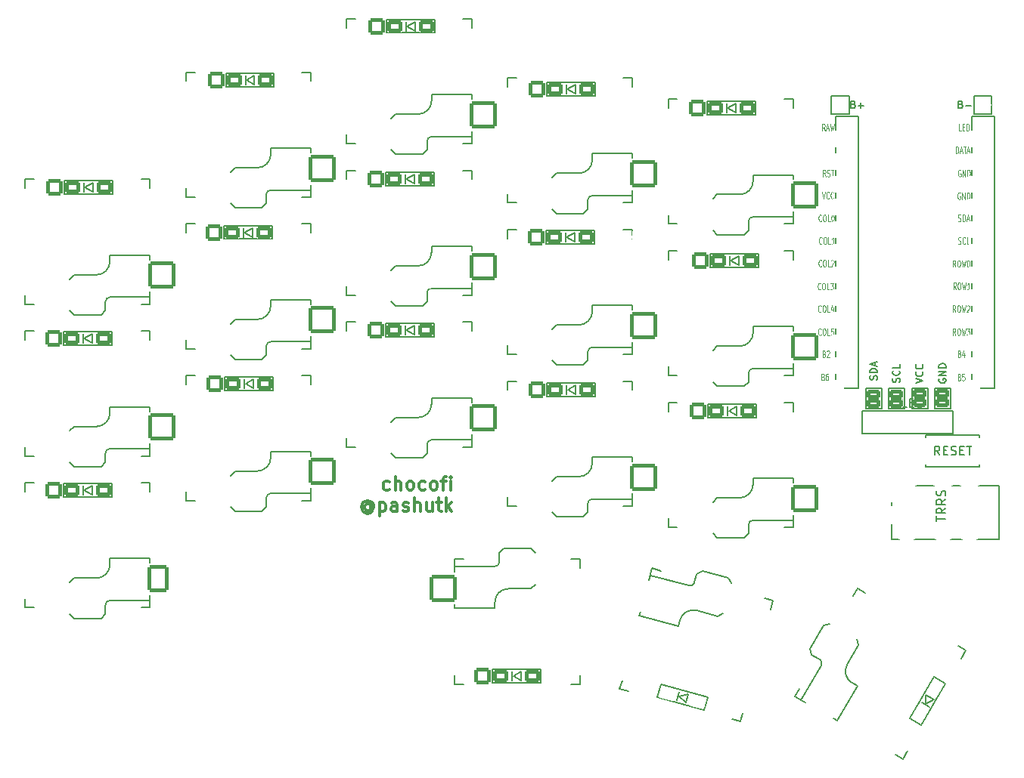
<source format=gto>
G04 #@! TF.GenerationSoftware,KiCad,Pcbnew,(6.0.10)*
G04 #@! TF.CreationDate,2023-01-07T12:45:19+01:00*
G04 #@! TF.ProjectId,chocofi,63686f63-6f66-4692-9e6b-696361645f70,2.1*
G04 #@! TF.SameCoordinates,Original*
G04 #@! TF.FileFunction,Legend,Top*
G04 #@! TF.FilePolarity,Positive*
%FSLAX46Y46*%
G04 Gerber Fmt 4.6, Leading zero omitted, Abs format (unit mm)*
G04 Created by KiCad (PCBNEW (6.0.10)) date 2023-01-07 12:45:19*
%MOMM*%
%LPD*%
G01*
G04 APERTURE LIST*
G04 Aperture macros list*
%AMRoundRect*
0 Rectangle with rounded corners*
0 $1 Rounding radius*
0 $2 $3 $4 $5 $6 $7 $8 $9 X,Y pos of 4 corners*
0 Add a 4 corners polygon primitive as box body*
4,1,4,$2,$3,$4,$5,$6,$7,$8,$9,$2,$3,0*
0 Add four circle primitives for the rounded corners*
1,1,$1+$1,$2,$3*
1,1,$1+$1,$4,$5*
1,1,$1+$1,$6,$7*
1,1,$1+$1,$8,$9*
0 Add four rect primitives between the rounded corners*
20,1,$1+$1,$2,$3,$4,$5,0*
20,1,$1+$1,$4,$5,$6,$7,0*
20,1,$1+$1,$6,$7,$8,$9,0*
20,1,$1+$1,$8,$9,$2,$3,0*%
%AMRotRect*
0 Rectangle, with rotation*
0 The origin of the aperture is its center*
0 $1 length*
0 $2 width*
0 $3 Rotation angle, in degrees counterclockwise*
0 Add horizontal line*
21,1,$1,$2,0,0,$3*%
%AMFreePoly0*
4,1,22,1.386777,1.480194,1.456366,1.424698,1.494986,1.344504,1.500000,1.300000,1.500000,-1.300000,1.480194,-1.386777,1.424698,-1.456366,1.344504,-1.494986,1.300000,-1.500000,-1.300000,-1.500000,-1.386777,-1.480194,-1.456366,-1.424698,-1.494986,-1.344504,-1.500000,-1.300000,-1.500000,0.130000,-1.480194,0.216777,-1.441421,0.271421,-0.271421,1.441421,-0.196056,1.488777,-0.130000,1.500000,
1.300000,1.500000,1.386777,1.480194,1.386777,1.480194,$1*%
G04 Aperture macros list end*
%ADD10C,0.300000*%
%ADD11C,0.150000*%
%ADD12C,0.125000*%
%ADD13C,1.397000*%
%ADD14R,1.397000X1.397000*%
%ADD15RotRect,1.397000X1.397000X345.000000*%
%ADD16RotRect,1.397000X1.397000X60.000000*%
%ADD17C,1.200000*%
%ADD18O,2.500000X1.700000*%
%ADD19C,1.524000*%
%ADD20C,2.000000*%
%ADD21C,1.797000*%
%ADD22C,1.400000*%
%ADD23RoundRect,0.200000X-0.698500X-0.698500X0.698500X-0.698500X0.698500X0.698500X-0.698500X0.698500X0*%
%ADD24RoundRect,0.200000X-0.650000X-0.475000X0.650000X-0.475000X0.650000X0.475000X-0.650000X0.475000X0*%
%ADD25RoundRect,0.200000X-0.750791X-0.290582X0.504913X-0.627047X0.750791X0.290582X-0.504913X0.627047X0*%
%ADD26RoundRect,0.200000X-0.855484X-0.493914X0.493914X-0.855484X0.855484X0.493914X-0.493914X0.855484X0*%
%ADD27RoundRect,0.200000X0.255669X-0.954169X0.954169X0.255669X-0.255669X0.954169X-0.954169X-0.255669X0*%
%ADD28RoundRect,0.200000X0.086362X-0.800417X0.736362X0.325417X-0.086362X0.800417X-0.736362X-0.325417X0*%
%ADD29C,1.600000*%
%ADD30O,2.900000X2.100000*%
%ADD31C,2.101800*%
%ADD32C,3.829000*%
%ADD33C,3.400000*%
%ADD34C,1.390600*%
%ADD35FreePoly0,0.000000*%
%ADD36RoundRect,0.200000X-1.300000X-1.300000X1.300000X-1.300000X1.300000X1.300000X-1.300000X1.300000X0*%
%ADD37RoundRect,0.200000X-0.950000X-1.300000X0.950000X-1.300000X0.950000X1.300000X-0.950000X1.300000X0*%
%ADD38FreePoly0,180.000000*%
%ADD39RoundRect,0.200000X1.300000X1.300000X-1.300000X1.300000X-1.300000X-1.300000X1.300000X-1.300000X0*%
%ADD40FreePoly0,165.000000*%
%ADD41RoundRect,0.200000X1.592168X0.919239X-0.919239X1.592168X-1.592168X-0.919239X0.919239X-1.592168X0*%
%ADD42FreePoly0,240.000000*%
%ADD43RoundRect,0.200000X-0.475833X1.775833X-1.775833X-0.475833X0.475833X-1.775833X1.775833X0.475833X0*%
%ADD44C,1.924000*%
%ADD45RoundRect,0.200000X-0.571500X0.317500X-0.571500X-0.317500X0.571500X-0.317500X0.571500X0.317500X0*%
%ADD46C,2.400000*%
%ADD47C,4.400000*%
G04 APERTURE END LIST*
D10*
X119710714Y-98149642D02*
X119567857Y-98221071D01*
X119282142Y-98221071D01*
X119139285Y-98149642D01*
X119067857Y-98078214D01*
X118996428Y-97935357D01*
X118996428Y-97506785D01*
X119067857Y-97363928D01*
X119139285Y-97292500D01*
X119282142Y-97221071D01*
X119567857Y-97221071D01*
X119710714Y-97292500D01*
X120353571Y-98221071D02*
X120353571Y-96721071D01*
X120996428Y-98221071D02*
X120996428Y-97435357D01*
X120925000Y-97292500D01*
X120782142Y-97221071D01*
X120567857Y-97221071D01*
X120425000Y-97292500D01*
X120353571Y-97363928D01*
X121925000Y-98221071D02*
X121782142Y-98149642D01*
X121710714Y-98078214D01*
X121639285Y-97935357D01*
X121639285Y-97506785D01*
X121710714Y-97363928D01*
X121782142Y-97292500D01*
X121925000Y-97221071D01*
X122139285Y-97221071D01*
X122282142Y-97292500D01*
X122353571Y-97363928D01*
X122425000Y-97506785D01*
X122425000Y-97935357D01*
X122353571Y-98078214D01*
X122282142Y-98149642D01*
X122139285Y-98221071D01*
X121925000Y-98221071D01*
X123710714Y-98149642D02*
X123567857Y-98221071D01*
X123282142Y-98221071D01*
X123139285Y-98149642D01*
X123067857Y-98078214D01*
X122996428Y-97935357D01*
X122996428Y-97506785D01*
X123067857Y-97363928D01*
X123139285Y-97292500D01*
X123282142Y-97221071D01*
X123567857Y-97221071D01*
X123710714Y-97292500D01*
X124567857Y-98221071D02*
X124425000Y-98149642D01*
X124353571Y-98078214D01*
X124282142Y-97935357D01*
X124282142Y-97506785D01*
X124353571Y-97363928D01*
X124425000Y-97292500D01*
X124567857Y-97221071D01*
X124782142Y-97221071D01*
X124925000Y-97292500D01*
X124996428Y-97363928D01*
X125067857Y-97506785D01*
X125067857Y-97935357D01*
X124996428Y-98078214D01*
X124925000Y-98149642D01*
X124782142Y-98221071D01*
X124567857Y-98221071D01*
X125496428Y-97221071D02*
X126067857Y-97221071D01*
X125710714Y-98221071D02*
X125710714Y-96935357D01*
X125782142Y-96792500D01*
X125925000Y-96721071D01*
X126067857Y-96721071D01*
X126567857Y-98221071D02*
X126567857Y-97221071D01*
X126567857Y-96721071D02*
X126496428Y-96792500D01*
X126567857Y-96863928D01*
X126639285Y-96792500D01*
X126567857Y-96721071D01*
X126567857Y-96863928D01*
X117567857Y-99921785D02*
X117496428Y-99850357D01*
X117353571Y-99778928D01*
X117210714Y-99778928D01*
X117067857Y-99850357D01*
X116996428Y-99921785D01*
X116925000Y-100064642D01*
X116925000Y-100207500D01*
X116996428Y-100350357D01*
X117067857Y-100421785D01*
X117210714Y-100493214D01*
X117353571Y-100493214D01*
X117496428Y-100421785D01*
X117567857Y-100350357D01*
X117567857Y-99778928D02*
X117567857Y-100350357D01*
X117639285Y-100421785D01*
X117710714Y-100421785D01*
X117853571Y-100350357D01*
X117925000Y-100207500D01*
X117925000Y-99850357D01*
X117782142Y-99636071D01*
X117567857Y-99493214D01*
X117282142Y-99421785D01*
X116996428Y-99493214D01*
X116782142Y-99636071D01*
X116639285Y-99850357D01*
X116567857Y-100136071D01*
X116639285Y-100421785D01*
X116782142Y-100636071D01*
X116996428Y-100778928D01*
X117282142Y-100850357D01*
X117567857Y-100778928D01*
X117782142Y-100636071D01*
X118567857Y-99636071D02*
X118567857Y-101136071D01*
X118567857Y-99707500D02*
X118710714Y-99636071D01*
X118996428Y-99636071D01*
X119139285Y-99707500D01*
X119210714Y-99778928D01*
X119282142Y-99921785D01*
X119282142Y-100350357D01*
X119210714Y-100493214D01*
X119139285Y-100564642D01*
X118996428Y-100636071D01*
X118710714Y-100636071D01*
X118567857Y-100564642D01*
X120567857Y-100636071D02*
X120567857Y-99850357D01*
X120496428Y-99707500D01*
X120353571Y-99636071D01*
X120067857Y-99636071D01*
X119925000Y-99707500D01*
X120567857Y-100564642D02*
X120425000Y-100636071D01*
X120067857Y-100636071D01*
X119925000Y-100564642D01*
X119853571Y-100421785D01*
X119853571Y-100278928D01*
X119925000Y-100136071D01*
X120067857Y-100064642D01*
X120425000Y-100064642D01*
X120567857Y-99993214D01*
X121210714Y-100564642D02*
X121353571Y-100636071D01*
X121639285Y-100636071D01*
X121782142Y-100564642D01*
X121853571Y-100421785D01*
X121853571Y-100350357D01*
X121782142Y-100207500D01*
X121639285Y-100136071D01*
X121425000Y-100136071D01*
X121282142Y-100064642D01*
X121210714Y-99921785D01*
X121210714Y-99850357D01*
X121282142Y-99707500D01*
X121425000Y-99636071D01*
X121639285Y-99636071D01*
X121782142Y-99707500D01*
X122496428Y-100636071D02*
X122496428Y-99136071D01*
X123139285Y-100636071D02*
X123139285Y-99850357D01*
X123067857Y-99707500D01*
X122925000Y-99636071D01*
X122710714Y-99636071D01*
X122567857Y-99707500D01*
X122496428Y-99778928D01*
X124496428Y-99636071D02*
X124496428Y-100636071D01*
X123853571Y-99636071D02*
X123853571Y-100421785D01*
X123925000Y-100564642D01*
X124067857Y-100636071D01*
X124282142Y-100636071D01*
X124425000Y-100564642D01*
X124496428Y-100493214D01*
X124996428Y-99636071D02*
X125567857Y-99636071D01*
X125210714Y-99136071D02*
X125210714Y-100421785D01*
X125282142Y-100564642D01*
X125425000Y-100636071D01*
X125567857Y-100636071D01*
X126067857Y-100636071D02*
X126067857Y-99136071D01*
X126210714Y-100064642D02*
X126639285Y-100636071D01*
X126639285Y-99636071D02*
X126067857Y-100207500D01*
D11*
X171639895Y-55002342D02*
X171756009Y-55041047D01*
X171794714Y-55079752D01*
X171833419Y-55157161D01*
X171833419Y-55273276D01*
X171794714Y-55350685D01*
X171756009Y-55389390D01*
X171678600Y-55428095D01*
X171368961Y-55428095D01*
X171368961Y-54615295D01*
X171639895Y-54615295D01*
X171717304Y-54654000D01*
X171756009Y-54692704D01*
X171794714Y-54770114D01*
X171794714Y-54847523D01*
X171756009Y-54924933D01*
X171717304Y-54963638D01*
X171639895Y-55002342D01*
X171368961Y-55002342D01*
X172181761Y-55118457D02*
X172801038Y-55118457D01*
X172491400Y-55428095D02*
X172491400Y-54808819D01*
X183652895Y-55002342D02*
X183769009Y-55041047D01*
X183807714Y-55079752D01*
X183846419Y-55157161D01*
X183846419Y-55273276D01*
X183807714Y-55350685D01*
X183769009Y-55389390D01*
X183691600Y-55428095D01*
X183381961Y-55428095D01*
X183381961Y-54615295D01*
X183652895Y-54615295D01*
X183730304Y-54654000D01*
X183769009Y-54692704D01*
X183807714Y-54770114D01*
X183807714Y-54847523D01*
X183769009Y-54924933D01*
X183730304Y-54963638D01*
X183652895Y-55002342D01*
X183381961Y-55002342D01*
X184194761Y-55118457D02*
X184814038Y-55118457D01*
X180962380Y-101722904D02*
X180962380Y-101151476D01*
X181962380Y-101437190D02*
X180962380Y-101437190D01*
X181962380Y-100246714D02*
X181486190Y-100580047D01*
X181962380Y-100818142D02*
X180962380Y-100818142D01*
X180962380Y-100437190D01*
X181010000Y-100341952D01*
X181057619Y-100294333D01*
X181152857Y-100246714D01*
X181295714Y-100246714D01*
X181390952Y-100294333D01*
X181438571Y-100341952D01*
X181486190Y-100437190D01*
X181486190Y-100818142D01*
X181962380Y-99246714D02*
X181486190Y-99580047D01*
X181962380Y-99818142D02*
X180962380Y-99818142D01*
X180962380Y-99437190D01*
X181010000Y-99341952D01*
X181057619Y-99294333D01*
X181152857Y-99246714D01*
X181295714Y-99246714D01*
X181390952Y-99294333D01*
X181438571Y-99341952D01*
X181486190Y-99437190D01*
X181486190Y-99818142D01*
X181914761Y-98865761D02*
X181962380Y-98722904D01*
X181962380Y-98484809D01*
X181914761Y-98389571D01*
X181867142Y-98341952D01*
X181771904Y-98294333D01*
X181676666Y-98294333D01*
X181581428Y-98341952D01*
X181533809Y-98389571D01*
X181486190Y-98484809D01*
X181438571Y-98675285D01*
X181390952Y-98770523D01*
X181343333Y-98818142D01*
X181248095Y-98865761D01*
X181152857Y-98865761D01*
X181057619Y-98818142D01*
X181010000Y-98770523D01*
X180962380Y-98675285D01*
X180962380Y-98437190D01*
X181010000Y-98294333D01*
D12*
X168520690Y-63083185D02*
X168354023Y-62726042D01*
X168234976Y-63083185D02*
X168234976Y-62333185D01*
X168425452Y-62333185D01*
X168473071Y-62368900D01*
X168496880Y-62404614D01*
X168520690Y-62476042D01*
X168520690Y-62583185D01*
X168496880Y-62654614D01*
X168473071Y-62690328D01*
X168425452Y-62726042D01*
X168234976Y-62726042D01*
X168711166Y-63047471D02*
X168782595Y-63083185D01*
X168901642Y-63083185D01*
X168949261Y-63047471D01*
X168973071Y-63011757D01*
X168996880Y-62940328D01*
X168996880Y-62868900D01*
X168973071Y-62797471D01*
X168949261Y-62761757D01*
X168901642Y-62726042D01*
X168806404Y-62690328D01*
X168758785Y-62654614D01*
X168734976Y-62618900D01*
X168711166Y-62547471D01*
X168711166Y-62476042D01*
X168734976Y-62404614D01*
X168758785Y-62368900D01*
X168806404Y-62333185D01*
X168925452Y-62333185D01*
X168996880Y-62368900D01*
X169139738Y-62333185D02*
X169425452Y-62333185D01*
X169282595Y-63083185D02*
X169282595Y-62333185D01*
X183129047Y-75719685D02*
X182962380Y-75362542D01*
X182843333Y-75719685D02*
X182843333Y-74969685D01*
X183033809Y-74969685D01*
X183081428Y-75005400D01*
X183105238Y-75041114D01*
X183129047Y-75112542D01*
X183129047Y-75219685D01*
X183105238Y-75291114D01*
X183081428Y-75326828D01*
X183033809Y-75362542D01*
X182843333Y-75362542D01*
X183438571Y-74969685D02*
X183533809Y-74969685D01*
X183581428Y-75005400D01*
X183629047Y-75076828D01*
X183652857Y-75219685D01*
X183652857Y-75469685D01*
X183629047Y-75612542D01*
X183581428Y-75683971D01*
X183533809Y-75719685D01*
X183438571Y-75719685D01*
X183390952Y-75683971D01*
X183343333Y-75612542D01*
X183319523Y-75469685D01*
X183319523Y-75219685D01*
X183343333Y-75076828D01*
X183390952Y-75005400D01*
X183438571Y-74969685D01*
X183819523Y-74969685D02*
X183938571Y-75719685D01*
X184033809Y-75183971D01*
X184129047Y-75719685D01*
X184248095Y-74969685D01*
X184700476Y-75719685D02*
X184414761Y-75719685D01*
X184557619Y-75719685D02*
X184557619Y-74969685D01*
X184510000Y-75076828D01*
X184462380Y-75148257D01*
X184414761Y-75183971D01*
X168012380Y-80791757D02*
X167988571Y-80827471D01*
X167917142Y-80863185D01*
X167869523Y-80863185D01*
X167798095Y-80827471D01*
X167750476Y-80756042D01*
X167726666Y-80684614D01*
X167702857Y-80541757D01*
X167702857Y-80434614D01*
X167726666Y-80291757D01*
X167750476Y-80220328D01*
X167798095Y-80148900D01*
X167869523Y-80113185D01*
X167917142Y-80113185D01*
X167988571Y-80148900D01*
X168012380Y-80184614D01*
X168321904Y-80113185D02*
X168417142Y-80113185D01*
X168464761Y-80148900D01*
X168512380Y-80220328D01*
X168536190Y-80363185D01*
X168536190Y-80613185D01*
X168512380Y-80756042D01*
X168464761Y-80827471D01*
X168417142Y-80863185D01*
X168321904Y-80863185D01*
X168274285Y-80827471D01*
X168226666Y-80756042D01*
X168202857Y-80613185D01*
X168202857Y-80363185D01*
X168226666Y-80220328D01*
X168274285Y-80148900D01*
X168321904Y-80113185D01*
X168988571Y-80863185D02*
X168750476Y-80863185D01*
X168750476Y-80113185D01*
X169393333Y-80113185D02*
X169155238Y-80113185D01*
X169131428Y-80470328D01*
X169155238Y-80434614D01*
X169202857Y-80398900D01*
X169321904Y-80398900D01*
X169369523Y-80434614D01*
X169393333Y-80470328D01*
X169417142Y-80541757D01*
X169417142Y-80720328D01*
X169393333Y-80791757D01*
X169369523Y-80827471D01*
X169321904Y-80863185D01*
X169202857Y-80863185D01*
X169155238Y-80827471D01*
X169131428Y-80791757D01*
X183079047Y-80863185D02*
X182912380Y-80506042D01*
X182793333Y-80863185D02*
X182793333Y-80113185D01*
X182983809Y-80113185D01*
X183031428Y-80148900D01*
X183055238Y-80184614D01*
X183079047Y-80256042D01*
X183079047Y-80363185D01*
X183055238Y-80434614D01*
X183031428Y-80470328D01*
X182983809Y-80506042D01*
X182793333Y-80506042D01*
X183388571Y-80113185D02*
X183483809Y-80113185D01*
X183531428Y-80148900D01*
X183579047Y-80220328D01*
X183602857Y-80363185D01*
X183602857Y-80613185D01*
X183579047Y-80756042D01*
X183531428Y-80827471D01*
X183483809Y-80863185D01*
X183388571Y-80863185D01*
X183340952Y-80827471D01*
X183293333Y-80756042D01*
X183269523Y-80613185D01*
X183269523Y-80363185D01*
X183293333Y-80220328D01*
X183340952Y-80148900D01*
X183388571Y-80113185D01*
X183769523Y-80113185D02*
X183888571Y-80863185D01*
X183983809Y-80327471D01*
X184079047Y-80863185D01*
X184198095Y-80113185D01*
X184340952Y-80113185D02*
X184650476Y-80113185D01*
X184483809Y-80398900D01*
X184555238Y-80398900D01*
X184602857Y-80434614D01*
X184626666Y-80470328D01*
X184650476Y-80541757D01*
X184650476Y-80720328D01*
X184626666Y-80791757D01*
X184602857Y-80827471D01*
X184555238Y-80863185D01*
X184412380Y-80863185D01*
X184364761Y-80827471D01*
X184340952Y-80791757D01*
X168012380Y-78196257D02*
X167988571Y-78231971D01*
X167917142Y-78267685D01*
X167869523Y-78267685D01*
X167798095Y-78231971D01*
X167750476Y-78160542D01*
X167726666Y-78089114D01*
X167702857Y-77946257D01*
X167702857Y-77839114D01*
X167726666Y-77696257D01*
X167750476Y-77624828D01*
X167798095Y-77553400D01*
X167869523Y-77517685D01*
X167917142Y-77517685D01*
X167988571Y-77553400D01*
X168012380Y-77589114D01*
X168321904Y-77517685D02*
X168417142Y-77517685D01*
X168464761Y-77553400D01*
X168512380Y-77624828D01*
X168536190Y-77767685D01*
X168536190Y-78017685D01*
X168512380Y-78160542D01*
X168464761Y-78231971D01*
X168417142Y-78267685D01*
X168321904Y-78267685D01*
X168274285Y-78231971D01*
X168226666Y-78160542D01*
X168202857Y-78017685D01*
X168202857Y-77767685D01*
X168226666Y-77624828D01*
X168274285Y-77553400D01*
X168321904Y-77517685D01*
X168988571Y-78267685D02*
X168750476Y-78267685D01*
X168750476Y-77517685D01*
X169369523Y-77767685D02*
X169369523Y-78267685D01*
X169250476Y-77481971D02*
X169131428Y-78017685D01*
X169440952Y-78017685D01*
X183590047Y-64908900D02*
X183542428Y-64873185D01*
X183471000Y-64873185D01*
X183399571Y-64908900D01*
X183351952Y-64980328D01*
X183328142Y-65051757D01*
X183304333Y-65194614D01*
X183304333Y-65301757D01*
X183328142Y-65444614D01*
X183351952Y-65516042D01*
X183399571Y-65587471D01*
X183471000Y-65623185D01*
X183518619Y-65623185D01*
X183590047Y-65587471D01*
X183613857Y-65551757D01*
X183613857Y-65301757D01*
X183518619Y-65301757D01*
X183828142Y-65623185D02*
X183828142Y-64873185D01*
X184113857Y-65623185D01*
X184113857Y-64873185D01*
X184351952Y-65623185D02*
X184351952Y-64873185D01*
X184471000Y-64873185D01*
X184542428Y-64908900D01*
X184590047Y-64980328D01*
X184613857Y-65051757D01*
X184637666Y-65194614D01*
X184637666Y-65301757D01*
X184613857Y-65444614D01*
X184590047Y-65516042D01*
X184542428Y-65587471D01*
X184471000Y-65623185D01*
X184351952Y-65623185D01*
X183110000Y-60467685D02*
X183110000Y-59717685D01*
X183229047Y-59717685D01*
X183300476Y-59753400D01*
X183348095Y-59824828D01*
X183371904Y-59896257D01*
X183395714Y-60039114D01*
X183395714Y-60146257D01*
X183371904Y-60289114D01*
X183348095Y-60360542D01*
X183300476Y-60431971D01*
X183229047Y-60467685D01*
X183110000Y-60467685D01*
X183586190Y-60253400D02*
X183824285Y-60253400D01*
X183538571Y-60467685D02*
X183705238Y-59717685D01*
X183871904Y-60467685D01*
X183967142Y-59717685D02*
X184252857Y-59717685D01*
X184110000Y-60467685D02*
X184110000Y-59717685D01*
X184395714Y-60253400D02*
X184633809Y-60253400D01*
X184348095Y-60467685D02*
X184514761Y-59717685D01*
X184681428Y-60467685D01*
X168062380Y-73108257D02*
X168038571Y-73143971D01*
X167967142Y-73179685D01*
X167919523Y-73179685D01*
X167848095Y-73143971D01*
X167800476Y-73072542D01*
X167776666Y-73001114D01*
X167752857Y-72858257D01*
X167752857Y-72751114D01*
X167776666Y-72608257D01*
X167800476Y-72536828D01*
X167848095Y-72465400D01*
X167919523Y-72429685D01*
X167967142Y-72429685D01*
X168038571Y-72465400D01*
X168062380Y-72501114D01*
X168371904Y-72429685D02*
X168467142Y-72429685D01*
X168514761Y-72465400D01*
X168562380Y-72536828D01*
X168586190Y-72679685D01*
X168586190Y-72929685D01*
X168562380Y-73072542D01*
X168514761Y-73143971D01*
X168467142Y-73179685D01*
X168371904Y-73179685D01*
X168324285Y-73143971D01*
X168276666Y-73072542D01*
X168252857Y-72929685D01*
X168252857Y-72679685D01*
X168276666Y-72536828D01*
X168324285Y-72465400D01*
X168371904Y-72429685D01*
X169038571Y-73179685D02*
X168800476Y-73179685D01*
X168800476Y-72429685D01*
X169181428Y-72501114D02*
X169205238Y-72465400D01*
X169252857Y-72429685D01*
X169371904Y-72429685D01*
X169419523Y-72465400D01*
X169443333Y-72501114D01*
X169467142Y-72572542D01*
X169467142Y-72643971D01*
X169443333Y-72751114D01*
X169157619Y-73179685D01*
X169467142Y-73179685D01*
X168127833Y-64809685D02*
X168294500Y-65559685D01*
X168461166Y-64809685D01*
X168913547Y-65488257D02*
X168889738Y-65523971D01*
X168818309Y-65559685D01*
X168770690Y-65559685D01*
X168699261Y-65523971D01*
X168651642Y-65452542D01*
X168627833Y-65381114D01*
X168604023Y-65238257D01*
X168604023Y-65131114D01*
X168627833Y-64988257D01*
X168651642Y-64916828D01*
X168699261Y-64845400D01*
X168770690Y-64809685D01*
X168818309Y-64809685D01*
X168889738Y-64845400D01*
X168913547Y-64881114D01*
X169413547Y-65488257D02*
X169389738Y-65523971D01*
X169318309Y-65559685D01*
X169270690Y-65559685D01*
X169199261Y-65523971D01*
X169151642Y-65452542D01*
X169127833Y-65381114D01*
X169104023Y-65238257D01*
X169104023Y-65131114D01*
X169127833Y-64988257D01*
X169151642Y-64916828D01*
X169199261Y-64845400D01*
X169270690Y-64809685D01*
X169318309Y-64809685D01*
X169389738Y-64845400D01*
X169413547Y-64881114D01*
X168257619Y-85524828D02*
X168329047Y-85560542D01*
X168352857Y-85596257D01*
X168376666Y-85667685D01*
X168376666Y-85774828D01*
X168352857Y-85846257D01*
X168329047Y-85881971D01*
X168281428Y-85917685D01*
X168090952Y-85917685D01*
X168090952Y-85167685D01*
X168257619Y-85167685D01*
X168305238Y-85203400D01*
X168329047Y-85239114D01*
X168352857Y-85310542D01*
X168352857Y-85381971D01*
X168329047Y-85453400D01*
X168305238Y-85489114D01*
X168257619Y-85524828D01*
X168090952Y-85524828D01*
X168805238Y-85167685D02*
X168710000Y-85167685D01*
X168662380Y-85203400D01*
X168638571Y-85239114D01*
X168590952Y-85346257D01*
X168567142Y-85489114D01*
X168567142Y-85774828D01*
X168590952Y-85846257D01*
X168614761Y-85881971D01*
X168662380Y-85917685D01*
X168757619Y-85917685D01*
X168805238Y-85881971D01*
X168829047Y-85846257D01*
X168852857Y-85774828D01*
X168852857Y-85596257D01*
X168829047Y-85524828D01*
X168805238Y-85489114D01*
X168757619Y-85453400D01*
X168662380Y-85453400D01*
X168614761Y-85489114D01*
X168590952Y-85524828D01*
X168567142Y-85596257D01*
X168449261Y-57939685D02*
X168282595Y-57582542D01*
X168163547Y-57939685D02*
X168163547Y-57189685D01*
X168354023Y-57189685D01*
X168401642Y-57225400D01*
X168425452Y-57261114D01*
X168449261Y-57332542D01*
X168449261Y-57439685D01*
X168425452Y-57511114D01*
X168401642Y-57546828D01*
X168354023Y-57582542D01*
X168163547Y-57582542D01*
X168639738Y-57725400D02*
X168877833Y-57725400D01*
X168592119Y-57939685D02*
X168758785Y-57189685D01*
X168925452Y-57939685D01*
X169044500Y-57189685D02*
X169163547Y-57939685D01*
X169258785Y-57403971D01*
X169354023Y-57939685D01*
X169473071Y-57189685D01*
X183375761Y-70603971D02*
X183447190Y-70639685D01*
X183566238Y-70639685D01*
X183613857Y-70603971D01*
X183637666Y-70568257D01*
X183661476Y-70496828D01*
X183661476Y-70425400D01*
X183637666Y-70353971D01*
X183613857Y-70318257D01*
X183566238Y-70282542D01*
X183471000Y-70246828D01*
X183423380Y-70211114D01*
X183399571Y-70175400D01*
X183375761Y-70103971D01*
X183375761Y-70032542D01*
X183399571Y-69961114D01*
X183423380Y-69925400D01*
X183471000Y-69889685D01*
X183590047Y-69889685D01*
X183661476Y-69925400D01*
X184161476Y-70568257D02*
X184137666Y-70603971D01*
X184066238Y-70639685D01*
X184018619Y-70639685D01*
X183947190Y-70603971D01*
X183899571Y-70532542D01*
X183875761Y-70461114D01*
X183851952Y-70318257D01*
X183851952Y-70211114D01*
X183875761Y-70068257D01*
X183899571Y-69996828D01*
X183947190Y-69925400D01*
X184018619Y-69889685D01*
X184066238Y-69889685D01*
X184137666Y-69925400D01*
X184161476Y-69961114D01*
X184613857Y-70639685D02*
X184375761Y-70639685D01*
X184375761Y-69889685D01*
X183590047Y-64908900D02*
X183542428Y-64873185D01*
X183471000Y-64873185D01*
X183399571Y-64908900D01*
X183351952Y-64980328D01*
X183328142Y-65051757D01*
X183304333Y-65194614D01*
X183304333Y-65301757D01*
X183328142Y-65444614D01*
X183351952Y-65516042D01*
X183399571Y-65587471D01*
X183471000Y-65623185D01*
X183518619Y-65623185D01*
X183590047Y-65587471D01*
X183613857Y-65551757D01*
X183613857Y-65301757D01*
X183518619Y-65301757D01*
X183828142Y-65623185D02*
X183828142Y-64873185D01*
X184113857Y-65623185D01*
X184113857Y-64873185D01*
X184351952Y-65623185D02*
X184351952Y-64873185D01*
X184471000Y-64873185D01*
X184542428Y-64908900D01*
X184590047Y-64980328D01*
X184613857Y-65051757D01*
X184637666Y-65194614D01*
X184637666Y-65301757D01*
X184613857Y-65444614D01*
X184590047Y-65516042D01*
X184542428Y-65587471D01*
X184471000Y-65623185D01*
X184351952Y-65623185D01*
X183363857Y-68063971D02*
X183435285Y-68099685D01*
X183554333Y-68099685D01*
X183601952Y-68063971D01*
X183625761Y-68028257D01*
X183649571Y-67956828D01*
X183649571Y-67885400D01*
X183625761Y-67813971D01*
X183601952Y-67778257D01*
X183554333Y-67742542D01*
X183459095Y-67706828D01*
X183411476Y-67671114D01*
X183387666Y-67635400D01*
X183363857Y-67563971D01*
X183363857Y-67492542D01*
X183387666Y-67421114D01*
X183411476Y-67385400D01*
X183459095Y-67349685D01*
X183578142Y-67349685D01*
X183649571Y-67385400D01*
X183863857Y-68099685D02*
X183863857Y-67349685D01*
X183982904Y-67349685D01*
X184054333Y-67385400D01*
X184101952Y-67456828D01*
X184125761Y-67528257D01*
X184149571Y-67671114D01*
X184149571Y-67778257D01*
X184125761Y-67921114D01*
X184101952Y-67992542D01*
X184054333Y-68063971D01*
X183982904Y-68099685D01*
X183863857Y-68099685D01*
X184340047Y-67885400D02*
X184578142Y-67885400D01*
X184292428Y-68099685D02*
X184459095Y-67349685D01*
X184625761Y-68099685D01*
X183507619Y-82946828D02*
X183579047Y-82982542D01*
X183602857Y-83018257D01*
X183626666Y-83089685D01*
X183626666Y-83196828D01*
X183602857Y-83268257D01*
X183579047Y-83303971D01*
X183531428Y-83339685D01*
X183340952Y-83339685D01*
X183340952Y-82589685D01*
X183507619Y-82589685D01*
X183555238Y-82625400D01*
X183579047Y-82661114D01*
X183602857Y-82732542D01*
X183602857Y-82803971D01*
X183579047Y-82875400D01*
X183555238Y-82911114D01*
X183507619Y-82946828D01*
X183340952Y-82946828D01*
X184055238Y-82839685D02*
X184055238Y-83339685D01*
X183936190Y-82553971D02*
X183817142Y-83089685D01*
X184126666Y-83089685D01*
X183507619Y-85550328D02*
X183579047Y-85586042D01*
X183602857Y-85621757D01*
X183626666Y-85693185D01*
X183626666Y-85800328D01*
X183602857Y-85871757D01*
X183579047Y-85907471D01*
X183531428Y-85943185D01*
X183340952Y-85943185D01*
X183340952Y-85193185D01*
X183507619Y-85193185D01*
X183555238Y-85228900D01*
X183579047Y-85264614D01*
X183602857Y-85336042D01*
X183602857Y-85407471D01*
X183579047Y-85478900D01*
X183555238Y-85514614D01*
X183507619Y-85550328D01*
X183340952Y-85550328D01*
X184079047Y-85193185D02*
X183840952Y-85193185D01*
X183817142Y-85550328D01*
X183840952Y-85514614D01*
X183888571Y-85478900D01*
X184007619Y-85478900D01*
X184055238Y-85514614D01*
X184079047Y-85550328D01*
X184102857Y-85621757D01*
X184102857Y-85800328D01*
X184079047Y-85871757D01*
X184055238Y-85907471D01*
X184007619Y-85943185D01*
X183888571Y-85943185D01*
X183840952Y-85907471D01*
X183817142Y-85871757D01*
X168062380Y-68046257D02*
X168038571Y-68081971D01*
X167967142Y-68117685D01*
X167919523Y-68117685D01*
X167848095Y-68081971D01*
X167800476Y-68010542D01*
X167776666Y-67939114D01*
X167752857Y-67796257D01*
X167752857Y-67689114D01*
X167776666Y-67546257D01*
X167800476Y-67474828D01*
X167848095Y-67403400D01*
X167919523Y-67367685D01*
X167967142Y-67367685D01*
X168038571Y-67403400D01*
X168062380Y-67439114D01*
X168371904Y-67367685D02*
X168467142Y-67367685D01*
X168514761Y-67403400D01*
X168562380Y-67474828D01*
X168586190Y-67617685D01*
X168586190Y-67867685D01*
X168562380Y-68010542D01*
X168514761Y-68081971D01*
X168467142Y-68117685D01*
X168371904Y-68117685D01*
X168324285Y-68081971D01*
X168276666Y-68010542D01*
X168252857Y-67867685D01*
X168252857Y-67617685D01*
X168276666Y-67474828D01*
X168324285Y-67403400D01*
X168371904Y-67367685D01*
X169038571Y-68117685D02*
X168800476Y-68117685D01*
X168800476Y-67367685D01*
X169300476Y-67367685D02*
X169348095Y-67367685D01*
X169395714Y-67403400D01*
X169419523Y-67439114D01*
X169443333Y-67510542D01*
X169467142Y-67653400D01*
X169467142Y-67831971D01*
X169443333Y-67974828D01*
X169419523Y-68046257D01*
X169395714Y-68081971D01*
X169348095Y-68117685D01*
X169300476Y-68117685D01*
X169252857Y-68081971D01*
X169229047Y-68046257D01*
X169205238Y-67974828D01*
X169181428Y-67831971D01*
X169181428Y-67653400D01*
X169205238Y-67510542D01*
X169229047Y-67439114D01*
X169252857Y-67403400D01*
X169300476Y-67367685D01*
X167962380Y-75696257D02*
X167938571Y-75731971D01*
X167867142Y-75767685D01*
X167819523Y-75767685D01*
X167748095Y-75731971D01*
X167700476Y-75660542D01*
X167676666Y-75589114D01*
X167652857Y-75446257D01*
X167652857Y-75339114D01*
X167676666Y-75196257D01*
X167700476Y-75124828D01*
X167748095Y-75053400D01*
X167819523Y-75017685D01*
X167867142Y-75017685D01*
X167938571Y-75053400D01*
X167962380Y-75089114D01*
X168271904Y-75017685D02*
X168367142Y-75017685D01*
X168414761Y-75053400D01*
X168462380Y-75124828D01*
X168486190Y-75267685D01*
X168486190Y-75517685D01*
X168462380Y-75660542D01*
X168414761Y-75731971D01*
X168367142Y-75767685D01*
X168271904Y-75767685D01*
X168224285Y-75731971D01*
X168176666Y-75660542D01*
X168152857Y-75517685D01*
X168152857Y-75267685D01*
X168176666Y-75124828D01*
X168224285Y-75053400D01*
X168271904Y-75017685D01*
X168938571Y-75767685D02*
X168700476Y-75767685D01*
X168700476Y-75017685D01*
X169057619Y-75017685D02*
X169367142Y-75017685D01*
X169200476Y-75303400D01*
X169271904Y-75303400D01*
X169319523Y-75339114D01*
X169343333Y-75374828D01*
X169367142Y-75446257D01*
X169367142Y-75624828D01*
X169343333Y-75696257D01*
X169319523Y-75731971D01*
X169271904Y-75767685D01*
X169129047Y-75767685D01*
X169081428Y-75731971D01*
X169057619Y-75696257D01*
X183079047Y-78267685D02*
X182912380Y-77910542D01*
X182793333Y-78267685D02*
X182793333Y-77517685D01*
X182983809Y-77517685D01*
X183031428Y-77553400D01*
X183055238Y-77589114D01*
X183079047Y-77660542D01*
X183079047Y-77767685D01*
X183055238Y-77839114D01*
X183031428Y-77874828D01*
X182983809Y-77910542D01*
X182793333Y-77910542D01*
X183388571Y-77517685D02*
X183483809Y-77517685D01*
X183531428Y-77553400D01*
X183579047Y-77624828D01*
X183602857Y-77767685D01*
X183602857Y-78017685D01*
X183579047Y-78160542D01*
X183531428Y-78231971D01*
X183483809Y-78267685D01*
X183388571Y-78267685D01*
X183340952Y-78231971D01*
X183293333Y-78160542D01*
X183269523Y-78017685D01*
X183269523Y-77767685D01*
X183293333Y-77624828D01*
X183340952Y-77553400D01*
X183388571Y-77517685D01*
X183769523Y-77517685D02*
X183888571Y-78267685D01*
X183983809Y-77731971D01*
X184079047Y-78267685D01*
X184198095Y-77517685D01*
X184364761Y-77589114D02*
X184388571Y-77553400D01*
X184436190Y-77517685D01*
X184555238Y-77517685D01*
X184602857Y-77553400D01*
X184626666Y-77589114D01*
X184650476Y-77660542D01*
X184650476Y-77731971D01*
X184626666Y-77839114D01*
X184340952Y-78267685D01*
X184650476Y-78267685D01*
X168357619Y-82974828D02*
X168429047Y-83010542D01*
X168452857Y-83046257D01*
X168476666Y-83117685D01*
X168476666Y-83224828D01*
X168452857Y-83296257D01*
X168429047Y-83331971D01*
X168381428Y-83367685D01*
X168190952Y-83367685D01*
X168190952Y-82617685D01*
X168357619Y-82617685D01*
X168405238Y-82653400D01*
X168429047Y-82689114D01*
X168452857Y-82760542D01*
X168452857Y-82831971D01*
X168429047Y-82903400D01*
X168405238Y-82939114D01*
X168357619Y-82974828D01*
X168190952Y-82974828D01*
X168667142Y-82689114D02*
X168690952Y-82653400D01*
X168738571Y-82617685D01*
X168857619Y-82617685D01*
X168905238Y-82653400D01*
X168929047Y-82689114D01*
X168952857Y-82760542D01*
X168952857Y-82831971D01*
X168929047Y-82939114D01*
X168643333Y-83367685D01*
X168952857Y-83367685D01*
X183079047Y-73217685D02*
X182912380Y-72860542D01*
X182793333Y-73217685D02*
X182793333Y-72467685D01*
X182983809Y-72467685D01*
X183031428Y-72503400D01*
X183055238Y-72539114D01*
X183079047Y-72610542D01*
X183079047Y-72717685D01*
X183055238Y-72789114D01*
X183031428Y-72824828D01*
X182983809Y-72860542D01*
X182793333Y-72860542D01*
X183388571Y-72467685D02*
X183483809Y-72467685D01*
X183531428Y-72503400D01*
X183579047Y-72574828D01*
X183602857Y-72717685D01*
X183602857Y-72967685D01*
X183579047Y-73110542D01*
X183531428Y-73181971D01*
X183483809Y-73217685D01*
X183388571Y-73217685D01*
X183340952Y-73181971D01*
X183293333Y-73110542D01*
X183269523Y-72967685D01*
X183269523Y-72717685D01*
X183293333Y-72574828D01*
X183340952Y-72503400D01*
X183388571Y-72467685D01*
X183769523Y-72467685D02*
X183888571Y-73217685D01*
X183983809Y-72681971D01*
X184079047Y-73217685D01*
X184198095Y-72467685D01*
X184483809Y-72467685D02*
X184531428Y-72467685D01*
X184579047Y-72503400D01*
X184602857Y-72539114D01*
X184626666Y-72610542D01*
X184650476Y-72753400D01*
X184650476Y-72931971D01*
X184626666Y-73074828D01*
X184602857Y-73146257D01*
X184579047Y-73181971D01*
X184531428Y-73217685D01*
X184483809Y-73217685D01*
X184436190Y-73181971D01*
X184412380Y-73146257D01*
X184388571Y-73074828D01*
X184364761Y-72931971D01*
X184364761Y-72753400D01*
X184388571Y-72610542D01*
X184412380Y-72539114D01*
X184436190Y-72503400D01*
X184483809Y-72467685D01*
X168112380Y-70568257D02*
X168088571Y-70603971D01*
X168017142Y-70639685D01*
X167969523Y-70639685D01*
X167898095Y-70603971D01*
X167850476Y-70532542D01*
X167826666Y-70461114D01*
X167802857Y-70318257D01*
X167802857Y-70211114D01*
X167826666Y-70068257D01*
X167850476Y-69996828D01*
X167898095Y-69925400D01*
X167969523Y-69889685D01*
X168017142Y-69889685D01*
X168088571Y-69925400D01*
X168112380Y-69961114D01*
X168421904Y-69889685D02*
X168517142Y-69889685D01*
X168564761Y-69925400D01*
X168612380Y-69996828D01*
X168636190Y-70139685D01*
X168636190Y-70389685D01*
X168612380Y-70532542D01*
X168564761Y-70603971D01*
X168517142Y-70639685D01*
X168421904Y-70639685D01*
X168374285Y-70603971D01*
X168326666Y-70532542D01*
X168302857Y-70389685D01*
X168302857Y-70139685D01*
X168326666Y-69996828D01*
X168374285Y-69925400D01*
X168421904Y-69889685D01*
X169088571Y-70639685D02*
X168850476Y-70639685D01*
X168850476Y-69889685D01*
X169517142Y-70639685D02*
X169231428Y-70639685D01*
X169374285Y-70639685D02*
X169374285Y-69889685D01*
X169326666Y-69996828D01*
X169279047Y-70068257D01*
X169231428Y-70103971D01*
X183688571Y-57939685D02*
X183450476Y-57939685D01*
X183450476Y-57189685D01*
X183855238Y-57546828D02*
X184021904Y-57546828D01*
X184093333Y-57939685D02*
X183855238Y-57939685D01*
X183855238Y-57189685D01*
X184093333Y-57189685D01*
X184307619Y-57939685D02*
X184307619Y-57189685D01*
X184426666Y-57189685D01*
X184498095Y-57225400D01*
X184545714Y-57296828D01*
X184569523Y-57368257D01*
X184593333Y-57511114D01*
X184593333Y-57618257D01*
X184569523Y-57761114D01*
X184545714Y-57832542D01*
X184498095Y-57903971D01*
X184426666Y-57939685D01*
X184307619Y-57939685D01*
X183653547Y-62368900D02*
X183605928Y-62333185D01*
X183534500Y-62333185D01*
X183463071Y-62368900D01*
X183415452Y-62440328D01*
X183391642Y-62511757D01*
X183367833Y-62654614D01*
X183367833Y-62761757D01*
X183391642Y-62904614D01*
X183415452Y-62976042D01*
X183463071Y-63047471D01*
X183534500Y-63083185D01*
X183582119Y-63083185D01*
X183653547Y-63047471D01*
X183677357Y-63011757D01*
X183677357Y-62761757D01*
X183582119Y-62761757D01*
X183891642Y-63083185D02*
X183891642Y-62333185D01*
X184177357Y-63083185D01*
X184177357Y-62333185D01*
X184415452Y-63083185D02*
X184415452Y-62333185D01*
X184534500Y-62333185D01*
X184605928Y-62368900D01*
X184653547Y-62440328D01*
X184677357Y-62511757D01*
X184701166Y-62654614D01*
X184701166Y-62761757D01*
X184677357Y-62904614D01*
X184653547Y-62976042D01*
X184605928Y-63047471D01*
X184534500Y-63083185D01*
X184415452Y-63083185D01*
D11*
X178624895Y-86238133D02*
X179437695Y-85967200D01*
X178624895Y-85696266D01*
X179360285Y-84960876D02*
X179398990Y-84999580D01*
X179437695Y-85115695D01*
X179437695Y-85193104D01*
X179398990Y-85309219D01*
X179321580Y-85386628D01*
X179244171Y-85425333D01*
X179089352Y-85464038D01*
X178973238Y-85464038D01*
X178818419Y-85425333D01*
X178741009Y-85386628D01*
X178663600Y-85309219D01*
X178624895Y-85193104D01*
X178624895Y-85115695D01*
X178663600Y-84999580D01*
X178702304Y-84960876D01*
X179360285Y-84148076D02*
X179398990Y-84186780D01*
X179437695Y-84302895D01*
X179437695Y-84380304D01*
X179398990Y-84496419D01*
X179321580Y-84573828D01*
X179244171Y-84612533D01*
X179089352Y-84651238D01*
X178973238Y-84651238D01*
X178818419Y-84612533D01*
X178741009Y-84573828D01*
X178663600Y-84496419D01*
X178624895Y-84380304D01*
X178624895Y-84302895D01*
X178663600Y-84186780D01*
X178702304Y-84148076D01*
X176277619Y-87960780D02*
X176468095Y-87960780D01*
X176563333Y-88008400D01*
X176658571Y-88103638D01*
X176706190Y-88294114D01*
X176706190Y-88627447D01*
X176658571Y-88817923D01*
X176563333Y-88913161D01*
X176468095Y-88960780D01*
X176277619Y-88960780D01*
X176182380Y-88913161D01*
X176087142Y-88817923D01*
X176039523Y-88627447D01*
X176039523Y-88294114D01*
X176087142Y-88103638D01*
X176182380Y-88008400D01*
X176277619Y-87960780D01*
X177610952Y-88960780D02*
X177134761Y-88960780D01*
X177134761Y-87960780D01*
X177944285Y-88436971D02*
X178277619Y-88436971D01*
X178420476Y-88960780D02*
X177944285Y-88960780D01*
X177944285Y-87960780D01*
X178420476Y-87960780D01*
X178849047Y-88960780D02*
X178849047Y-87960780D01*
X179087142Y-87960780D01*
X179230000Y-88008400D01*
X179325238Y-88103638D01*
X179372857Y-88198876D01*
X179420476Y-88389352D01*
X179420476Y-88532209D01*
X179372857Y-88722685D01*
X179325238Y-88817923D01*
X179230000Y-88913161D01*
X179087142Y-88960780D01*
X178849047Y-88960780D01*
X176798990Y-86142019D02*
X176837695Y-86025904D01*
X176837695Y-85832380D01*
X176798990Y-85754971D01*
X176760285Y-85716266D01*
X176682876Y-85677561D01*
X176605466Y-85677561D01*
X176528057Y-85716266D01*
X176489352Y-85754971D01*
X176450647Y-85832380D01*
X176411942Y-85987200D01*
X176373238Y-86064609D01*
X176334533Y-86103314D01*
X176257123Y-86142019D01*
X176179714Y-86142019D01*
X176102304Y-86103314D01*
X176063600Y-86064609D01*
X176024895Y-85987200D01*
X176024895Y-85793676D01*
X176063600Y-85677561D01*
X176760285Y-84864761D02*
X176798990Y-84903466D01*
X176837695Y-85019580D01*
X176837695Y-85096990D01*
X176798990Y-85213104D01*
X176721580Y-85290514D01*
X176644171Y-85329219D01*
X176489352Y-85367923D01*
X176373238Y-85367923D01*
X176218419Y-85329219D01*
X176141009Y-85290514D01*
X176063600Y-85213104D01*
X176024895Y-85096990D01*
X176024895Y-85019580D01*
X176063600Y-84903466D01*
X176102304Y-84864761D01*
X176837695Y-84129371D02*
X176837695Y-84516419D01*
X176024895Y-84516419D01*
X174258990Y-85881733D02*
X174297695Y-85765619D01*
X174297695Y-85572095D01*
X174258990Y-85494685D01*
X174220285Y-85455980D01*
X174142876Y-85417276D01*
X174065466Y-85417276D01*
X173988057Y-85455980D01*
X173949352Y-85494685D01*
X173910647Y-85572095D01*
X173871942Y-85726914D01*
X173833238Y-85804323D01*
X173794533Y-85843028D01*
X173717123Y-85881733D01*
X173639714Y-85881733D01*
X173562304Y-85843028D01*
X173523600Y-85804323D01*
X173484895Y-85726914D01*
X173484895Y-85533390D01*
X173523600Y-85417276D01*
X174297695Y-85068933D02*
X173484895Y-85068933D01*
X173484895Y-84875409D01*
X173523600Y-84759295D01*
X173601009Y-84681885D01*
X173678419Y-84643180D01*
X173833238Y-84604476D01*
X173949352Y-84604476D01*
X174104171Y-84643180D01*
X174181580Y-84681885D01*
X174258990Y-84759295D01*
X174297695Y-84875409D01*
X174297695Y-85068933D01*
X174065466Y-84294838D02*
X174065466Y-83907790D01*
X174297695Y-84372247D02*
X173484895Y-84101314D01*
X174297695Y-83830380D01*
X181233600Y-85764076D02*
X181194895Y-85841485D01*
X181194895Y-85957600D01*
X181233600Y-86073714D01*
X181311009Y-86151123D01*
X181388419Y-86189828D01*
X181543238Y-86228533D01*
X181659352Y-86228533D01*
X181814171Y-86189828D01*
X181891580Y-86151123D01*
X181968990Y-86073714D01*
X182007695Y-85957600D01*
X182007695Y-85880190D01*
X181968990Y-85764076D01*
X181930285Y-85725371D01*
X181659352Y-85725371D01*
X181659352Y-85880190D01*
X182007695Y-85377028D02*
X181194895Y-85377028D01*
X182007695Y-84912571D01*
X181194895Y-84912571D01*
X182007695Y-84525523D02*
X181194895Y-84525523D01*
X181194895Y-84332000D01*
X181233600Y-84215885D01*
X181311009Y-84138476D01*
X181388419Y-84099771D01*
X181543238Y-84061066D01*
X181659352Y-84061066D01*
X181814171Y-84099771D01*
X181891580Y-84138476D01*
X181968990Y-84215885D01*
X182007695Y-84332000D01*
X182007695Y-84525523D01*
X181300619Y-94305380D02*
X180967285Y-93829190D01*
X180729190Y-94305380D02*
X180729190Y-93305380D01*
X181110142Y-93305380D01*
X181205380Y-93353000D01*
X181253000Y-93400619D01*
X181300619Y-93495857D01*
X181300619Y-93638714D01*
X181253000Y-93733952D01*
X181205380Y-93781571D01*
X181110142Y-93829190D01*
X180729190Y-93829190D01*
X181729190Y-93781571D02*
X182062523Y-93781571D01*
X182205380Y-94305380D02*
X181729190Y-94305380D01*
X181729190Y-93305380D01*
X182205380Y-93305380D01*
X182586333Y-94257761D02*
X182729190Y-94305380D01*
X182967285Y-94305380D01*
X183062523Y-94257761D01*
X183110142Y-94210142D01*
X183157761Y-94114904D01*
X183157761Y-94019666D01*
X183110142Y-93924428D01*
X183062523Y-93876809D01*
X182967285Y-93829190D01*
X182776809Y-93781571D01*
X182681571Y-93733952D01*
X182633952Y-93686333D01*
X182586333Y-93591095D01*
X182586333Y-93495857D01*
X182633952Y-93400619D01*
X182681571Y-93353000D01*
X182776809Y-93305380D01*
X183014904Y-93305380D01*
X183157761Y-93353000D01*
X183586333Y-93781571D02*
X183919666Y-93781571D01*
X184062523Y-94305380D02*
X183586333Y-94305380D01*
X183586333Y-93305380D01*
X184062523Y-93305380D01*
X184348238Y-93305380D02*
X184919666Y-93305380D01*
X184633952Y-94305380D02*
X184633952Y-93305380D01*
X171180000Y-56060400D02*
X171180000Y-54060400D01*
X169180000Y-54060400D02*
X169180000Y-56060400D01*
X171180000Y-54060400D02*
X169180000Y-54060400D01*
X169180000Y-56060400D02*
X171180000Y-56060400D01*
X185130000Y-54060400D02*
X185130000Y-56060400D01*
X187130000Y-54060400D02*
X185130000Y-54060400D01*
X187130000Y-56060400D02*
X187130000Y-54060400D01*
X185130000Y-56060400D02*
X187130000Y-56060400D01*
X86504400Y-64812800D02*
X85604400Y-64312800D01*
X85504400Y-63812800D02*
X85504400Y-64812800D01*
X83304400Y-65062800D02*
X88704400Y-65062800D01*
X88704400Y-63562800D02*
X83304400Y-63562800D01*
X83304400Y-63562800D02*
X83304400Y-65062800D01*
X86504400Y-63812800D02*
X86504400Y-64812800D01*
X88704400Y-65062800D02*
X88704400Y-63562800D01*
X85604400Y-64312800D02*
X86504400Y-63812800D01*
X104589200Y-51773200D02*
X104589200Y-52773200D01*
X101389200Y-53023200D02*
X106789200Y-53023200D01*
X104589200Y-52773200D02*
X103689200Y-52273200D01*
X103689200Y-52273200D02*
X104589200Y-51773200D01*
X106789200Y-51523200D02*
X101389200Y-51523200D01*
X101389200Y-51523200D02*
X101389200Y-53023200D01*
X103589200Y-51773200D02*
X103589200Y-52773200D01*
X106789200Y-53023200D02*
X106789200Y-51523200D01*
X119372400Y-46978000D02*
X124772400Y-46978000D01*
X122572400Y-46728000D02*
X121672400Y-46228000D01*
X121572400Y-45728000D02*
X121572400Y-46728000D01*
X119372400Y-45478000D02*
X119372400Y-46978000D01*
X121672400Y-46228000D02*
X122572400Y-45728000D01*
X124772400Y-45478000D02*
X119372400Y-45478000D01*
X122572400Y-45728000D02*
X122572400Y-46728000D01*
X124772400Y-46978000D02*
X124772400Y-45478000D01*
X137304800Y-54039200D02*
X142704800Y-54039200D01*
X142704800Y-54039200D02*
X142704800Y-52539200D01*
X139604800Y-53289200D02*
X140504800Y-52789200D01*
X140504800Y-52789200D02*
X140504800Y-53789200D01*
X140504800Y-53789200D02*
X139604800Y-53289200D01*
X142704800Y-52539200D02*
X137304800Y-52539200D01*
X139504800Y-52789200D02*
X139504800Y-53789200D01*
X137304800Y-52539200D02*
X137304800Y-54039200D01*
X155288000Y-54672800D02*
X155288000Y-56172800D01*
X160688000Y-56172800D02*
X160688000Y-54672800D01*
X157588000Y-55422800D02*
X158488000Y-54922800D01*
X155288000Y-56172800D02*
X160688000Y-56172800D01*
X157488000Y-54922800D02*
X157488000Y-55922800D01*
X158488000Y-54922800D02*
X158488000Y-55922800D01*
X160688000Y-54672800D02*
X155288000Y-54672800D01*
X158488000Y-55922800D02*
X157588000Y-55422800D01*
X86402800Y-81729200D02*
X85502800Y-81229200D01*
X88602800Y-81979200D02*
X88602800Y-80479200D01*
X83202800Y-80479200D02*
X83202800Y-81979200D01*
X85502800Y-81229200D02*
X86402800Y-80729200D01*
X86402800Y-80729200D02*
X86402800Y-81729200D01*
X88602800Y-80479200D02*
X83202800Y-80479200D01*
X83202800Y-81979200D02*
X88602800Y-81979200D01*
X85402800Y-80729200D02*
X85402800Y-81729200D01*
X106586000Y-68592000D02*
X101186000Y-68592000D01*
X103386000Y-68842000D02*
X103386000Y-69842000D01*
X101186000Y-70092000D02*
X106586000Y-70092000D01*
X104386000Y-69842000D02*
X103486000Y-69342000D01*
X103486000Y-69342000D02*
X104386000Y-68842000D01*
X106586000Y-70092000D02*
X106586000Y-68592000D01*
X104386000Y-68842000D02*
X104386000Y-69842000D01*
X101186000Y-68592000D02*
X101186000Y-70092000D01*
X122470800Y-63847600D02*
X121570800Y-63347600D01*
X122470800Y-62847600D02*
X122470800Y-63847600D01*
X119270800Y-62597600D02*
X119270800Y-64097600D01*
X121570800Y-63347600D02*
X122470800Y-62847600D01*
X121470800Y-62847600D02*
X121470800Y-63847600D01*
X124670800Y-64097600D02*
X124670800Y-62597600D01*
X124670800Y-62597600D02*
X119270800Y-62597600D01*
X119270800Y-64097600D02*
X124670800Y-64097600D01*
X140454000Y-70400800D02*
X139554000Y-69900800D01*
X139454000Y-69400800D02*
X139454000Y-70400800D01*
X137254000Y-69150800D02*
X137254000Y-70650800D01*
X142654000Y-69150800D02*
X137254000Y-69150800D01*
X142654000Y-70650800D02*
X142654000Y-69150800D01*
X140454000Y-69400800D02*
X140454000Y-70400800D01*
X139554000Y-69900800D02*
X140454000Y-69400800D01*
X137254000Y-70650800D02*
X142654000Y-70650800D01*
X158792800Y-71991600D02*
X158792800Y-72991600D01*
X155592800Y-73241600D02*
X160992800Y-73241600D01*
X157892800Y-72491600D02*
X158792800Y-71991600D01*
X160992800Y-73241600D02*
X160992800Y-71741600D01*
X155592800Y-71741600D02*
X155592800Y-73241600D01*
X157792800Y-71991600D02*
X157792800Y-72991600D01*
X158792800Y-72991600D02*
X157892800Y-72491600D01*
X160992800Y-71741600D02*
X155592800Y-71741600D01*
X88602800Y-98997200D02*
X88602800Y-97497200D01*
X88602800Y-97497200D02*
X83202800Y-97497200D01*
X85402800Y-97747200D02*
X85402800Y-98747200D01*
X83202800Y-98997200D02*
X88602800Y-98997200D01*
X86402800Y-98747200D02*
X85502800Y-98247200D01*
X83202800Y-97497200D02*
X83202800Y-98997200D01*
X85502800Y-98247200D02*
X86402800Y-97747200D01*
X86402800Y-97747200D02*
X86402800Y-98747200D01*
X101287600Y-85559200D02*
X101287600Y-87059200D01*
X103487600Y-85809200D02*
X103487600Y-86809200D01*
X104487600Y-85809200D02*
X104487600Y-86809200D01*
X106687600Y-85559200D02*
X101287600Y-85559200D01*
X103587600Y-86309200D02*
X104487600Y-85809200D01*
X104487600Y-86809200D02*
X103587600Y-86309200D01*
X106687600Y-87059200D02*
X106687600Y-85559200D01*
X101287600Y-87059200D02*
X106687600Y-87059200D01*
X119270800Y-81064800D02*
X124670800Y-81064800D01*
X124670800Y-79564800D02*
X119270800Y-79564800D01*
X121570800Y-80314800D02*
X122470800Y-79814800D01*
X122470800Y-80814800D02*
X121570800Y-80314800D01*
X124670800Y-81064800D02*
X124670800Y-79564800D01*
X119270800Y-79564800D02*
X119270800Y-81064800D01*
X122470800Y-79814800D02*
X122470800Y-80814800D01*
X121470800Y-79814800D02*
X121470800Y-80814800D01*
X137355600Y-87719600D02*
X142755600Y-87719600D01*
X140555600Y-86469600D02*
X140555600Y-87469600D01*
X140555600Y-87469600D02*
X139655600Y-86969600D01*
X139555600Y-86469600D02*
X139555600Y-87469600D01*
X142755600Y-86219600D02*
X137355600Y-86219600D01*
X137355600Y-86219600D02*
X137355600Y-87719600D01*
X139655600Y-86969600D02*
X140555600Y-86469600D01*
X142755600Y-87719600D02*
X142755600Y-86219600D01*
X157689600Y-89357200D02*
X158589600Y-88857200D01*
X158589600Y-89857200D02*
X157689600Y-89357200D01*
X158589600Y-88857200D02*
X158589600Y-89857200D01*
X160789600Y-88607200D02*
X155389600Y-88607200D01*
X155389600Y-90107200D02*
X160789600Y-90107200D01*
X160789600Y-90107200D02*
X160789600Y-88607200D01*
X157589600Y-88857200D02*
X157589600Y-89857200D01*
X155389600Y-88607200D02*
X155389600Y-90107200D01*
X136659600Y-119825200D02*
X136659600Y-118325200D01*
X134459600Y-118575200D02*
X134459600Y-119575200D01*
X133459600Y-118575200D02*
X133459600Y-119575200D01*
X134459600Y-119575200D02*
X133559600Y-119075200D01*
X131259600Y-119825200D02*
X136659600Y-119825200D01*
X136659600Y-118325200D02*
X131259600Y-118325200D01*
X133559600Y-119075200D02*
X134459600Y-118575200D01*
X131259600Y-118325200D02*
X131259600Y-119825200D01*
X152127912Y-121357068D02*
X153126654Y-121107043D01*
X154928167Y-122883852D02*
X155316396Y-121434963D01*
X149712168Y-121486229D02*
X154928167Y-122883852D01*
X152160729Y-120848224D02*
X151901910Y-121814149D01*
X152867835Y-122072968D02*
X152127912Y-121357068D01*
X155316396Y-121434963D02*
X150100397Y-120037340D01*
X150100397Y-120037340D02*
X149712168Y-121486229D01*
X153126654Y-121107043D02*
X152867835Y-122072968D01*
X179775153Y-121212422D02*
X180641179Y-121712422D01*
X179275153Y-122078448D02*
X180141179Y-122578448D01*
X179758166Y-122241845D02*
X179775153Y-121212422D01*
X180658647Y-119182166D02*
X177958647Y-123858704D01*
X180641179Y-121712422D02*
X179758166Y-122241845D01*
X179257685Y-124608704D02*
X181957685Y-119932166D01*
X181957685Y-119932166D02*
X180658647Y-119182166D01*
X177958647Y-123858704D02*
X179257685Y-124608704D01*
X187960000Y-103711000D02*
X175960000Y-103711000D01*
X187960000Y-97711000D02*
X187960000Y-103711000D01*
X175960000Y-103711000D02*
X175960000Y-97711000D01*
X175960000Y-97711000D02*
X187960000Y-97711000D01*
X87910000Y-77100000D02*
X87910000Y-78100000D01*
X83910000Y-74600000D02*
X84410000Y-74100000D01*
X88410000Y-72600000D02*
X88410000Y-71900000D01*
X78910000Y-63400000D02*
X79910000Y-63400000D01*
X88410000Y-71900000D02*
X92910000Y-71900000D01*
X92910000Y-77400000D02*
X91910000Y-77400000D01*
X79910000Y-77400000D02*
X78910000Y-77400000D01*
X91910000Y-63400000D02*
X92910000Y-63400000D01*
X87410000Y-78600000D02*
X87910000Y-78100000D01*
X78910000Y-77400000D02*
X78910000Y-76400000D01*
X92910000Y-63400000D02*
X92910000Y-64400000D01*
X83910000Y-78100000D02*
X84410000Y-78600000D01*
X78910000Y-64400000D02*
X78910000Y-63400000D01*
X84410000Y-74100000D02*
X86910000Y-74100000D01*
X84410000Y-78600000D02*
X87410000Y-78600000D01*
X92910000Y-71900000D02*
X92910000Y-72400000D01*
X92910000Y-76600000D02*
X88410000Y-76600000D01*
X92910000Y-76000000D02*
X92910000Y-76600000D01*
X92910000Y-76400000D02*
X92910000Y-77400000D01*
X88410000Y-76600000D02*
G75*
G03*
X87910000Y-77100000I0J-500000D01*
G01*
X86910000Y-74100000D02*
G75*
G03*
X88410000Y-72600000I0J1500000D01*
G01*
X106410000Y-59900000D02*
X110910000Y-59900000D01*
X110910000Y-59900000D02*
X110910000Y-60400000D01*
X109910000Y-51400000D02*
X110910000Y-51400000D01*
X105410000Y-66600000D02*
X105910000Y-66100000D01*
X96910000Y-52400000D02*
X96910000Y-51400000D01*
X110910000Y-51400000D02*
X110910000Y-52400000D01*
X110910000Y-65400000D02*
X109910000Y-65400000D01*
X110910000Y-64000000D02*
X110910000Y-64600000D01*
X96910000Y-51400000D02*
X97910000Y-51400000D01*
X110910000Y-64400000D02*
X110910000Y-65400000D01*
X102410000Y-62100000D02*
X104910000Y-62100000D01*
X96910000Y-65400000D02*
X96910000Y-64400000D01*
X101910000Y-62600000D02*
X102410000Y-62100000D01*
X105910000Y-65100000D02*
X105910000Y-66100000D01*
X106410000Y-60600000D02*
X106410000Y-59900000D01*
X101910000Y-66100000D02*
X102410000Y-66600000D01*
X102410000Y-66600000D02*
X105410000Y-66600000D01*
X110910000Y-64600000D02*
X106410000Y-64600000D01*
X97910000Y-65400000D02*
X96910000Y-65400000D01*
X104910000Y-62100000D02*
G75*
G03*
X106410000Y-60600000I0J1500000D01*
G01*
X106410000Y-64600000D02*
G75*
G03*
X105910000Y-65100000I0J-500000D01*
G01*
X119910000Y-56600000D02*
X120410000Y-56100000D01*
X128910000Y-58400000D02*
X128910000Y-59400000D01*
X123910000Y-59100000D02*
X123910000Y-60100000D01*
X128910000Y-59400000D02*
X127910000Y-59400000D01*
X128910000Y-53900000D02*
X128910000Y-54400000D01*
X128910000Y-45400000D02*
X128910000Y-46400000D01*
X114910000Y-59400000D02*
X114910000Y-58400000D01*
X120410000Y-56100000D02*
X122910000Y-56100000D01*
X114910000Y-46400000D02*
X114910000Y-45400000D01*
X127910000Y-45400000D02*
X128910000Y-45400000D01*
X124410000Y-53900000D02*
X128910000Y-53900000D01*
X124410000Y-54600000D02*
X124410000Y-53900000D01*
X128910000Y-58600000D02*
X124410000Y-58600000D01*
X123410000Y-60600000D02*
X123910000Y-60100000D01*
X114910000Y-45400000D02*
X115910000Y-45400000D01*
X115910000Y-59400000D02*
X114910000Y-59400000D01*
X120410000Y-60600000D02*
X123410000Y-60600000D01*
X128910000Y-58000000D02*
X128910000Y-58600000D01*
X119910000Y-60100000D02*
X120410000Y-60600000D01*
X124410000Y-58600000D02*
G75*
G03*
X123910000Y-59100000I0J-500000D01*
G01*
X122910000Y-56100000D02*
G75*
G03*
X124410000Y-54600000I0J1500000D01*
G01*
X145910000Y-52020000D02*
X146910000Y-52020000D01*
X146910000Y-60520000D02*
X146910000Y-61020000D01*
X133910000Y-66020000D02*
X132910000Y-66020000D01*
X146910000Y-65220000D02*
X142410000Y-65220000D01*
X132910000Y-66020000D02*
X132910000Y-65020000D01*
X146910000Y-52020000D02*
X146910000Y-53020000D01*
X132910000Y-53020000D02*
X132910000Y-52020000D01*
X137910000Y-66720000D02*
X138410000Y-67220000D01*
X146910000Y-65020000D02*
X146910000Y-66020000D01*
X138410000Y-62720000D02*
X140910000Y-62720000D01*
X142410000Y-60520000D02*
X146910000Y-60520000D01*
X146910000Y-66020000D02*
X145910000Y-66020000D01*
X146910000Y-64620000D02*
X146910000Y-65220000D01*
X142410000Y-61220000D02*
X142410000Y-60520000D01*
X138410000Y-67220000D02*
X141410000Y-67220000D01*
X132910000Y-52020000D02*
X133910000Y-52020000D01*
X141410000Y-67220000D02*
X141910000Y-66720000D01*
X141910000Y-65720000D02*
X141910000Y-66720000D01*
X137910000Y-63220000D02*
X138410000Y-62720000D01*
X140910000Y-62720000D02*
G75*
G03*
X142410000Y-61220000I0J1500000D01*
G01*
X142410000Y-65220000D02*
G75*
G03*
X141910000Y-65720000I0J-500000D01*
G01*
X156410000Y-69600000D02*
X159410000Y-69600000D01*
X164910000Y-54400000D02*
X164910000Y-55400000D01*
X150910000Y-55400000D02*
X150910000Y-54400000D01*
X160410000Y-63600000D02*
X160410000Y-62900000D01*
X150910000Y-54400000D02*
X151910000Y-54400000D01*
X155910000Y-65600000D02*
X156410000Y-65100000D01*
X164910000Y-67600000D02*
X160410000Y-67600000D01*
X164910000Y-67000000D02*
X164910000Y-67600000D01*
X163910000Y-54400000D02*
X164910000Y-54400000D01*
X164910000Y-68400000D02*
X163910000Y-68400000D01*
X150910000Y-68400000D02*
X150910000Y-67400000D01*
X164910000Y-67400000D02*
X164910000Y-68400000D01*
X164910000Y-62900000D02*
X164910000Y-63400000D01*
X159910000Y-68100000D02*
X159910000Y-69100000D01*
X155910000Y-69100000D02*
X156410000Y-69600000D01*
X151910000Y-68400000D02*
X150910000Y-68400000D01*
X160410000Y-62900000D02*
X164910000Y-62900000D01*
X156410000Y-65100000D02*
X158910000Y-65100000D01*
X159410000Y-69600000D02*
X159910000Y-69100000D01*
X160410000Y-67600000D02*
G75*
G03*
X159910000Y-68100000I0J-500000D01*
G01*
X158910000Y-65100000D02*
G75*
G03*
X160410000Y-63600000I0J1500000D01*
G01*
X88410000Y-89600000D02*
X88410000Y-88900000D01*
X92910000Y-93400000D02*
X92910000Y-94400000D01*
X84410000Y-91100000D02*
X86910000Y-91100000D01*
X83910000Y-95100000D02*
X84410000Y-95600000D01*
X92910000Y-88900000D02*
X92910000Y-89400000D01*
X91910000Y-80400000D02*
X92910000Y-80400000D01*
X78910000Y-94400000D02*
X78910000Y-93400000D01*
X92910000Y-93600000D02*
X88410000Y-93600000D01*
X78910000Y-81400000D02*
X78910000Y-80400000D01*
X88410000Y-88900000D02*
X92910000Y-88900000D01*
X87910000Y-94100000D02*
X87910000Y-95100000D01*
X84410000Y-95600000D02*
X87410000Y-95600000D01*
X83910000Y-91600000D02*
X84410000Y-91100000D01*
X78910000Y-80400000D02*
X79910000Y-80400000D01*
X79910000Y-94400000D02*
X78910000Y-94400000D01*
X92910000Y-93000000D02*
X92910000Y-93600000D01*
X92910000Y-80400000D02*
X92910000Y-81400000D01*
X87410000Y-95600000D02*
X87910000Y-95100000D01*
X92910000Y-94400000D02*
X91910000Y-94400000D01*
X88410000Y-93600000D02*
G75*
G03*
X87910000Y-94100000I0J-500000D01*
G01*
X86910000Y-91100000D02*
G75*
G03*
X88410000Y-89600000I0J1500000D01*
G01*
X110910000Y-76900000D02*
X110910000Y-77400000D01*
X102410000Y-83600000D02*
X105410000Y-83600000D01*
X109910000Y-68400000D02*
X110910000Y-68400000D01*
X101910000Y-83100000D02*
X102410000Y-83600000D01*
X106410000Y-76900000D02*
X110910000Y-76900000D01*
X96910000Y-68400000D02*
X97910000Y-68400000D01*
X110910000Y-82400000D02*
X109910000Y-82400000D01*
X110910000Y-68400000D02*
X110910000Y-69400000D01*
X96910000Y-82400000D02*
X96910000Y-81400000D01*
X110910000Y-81000000D02*
X110910000Y-81600000D01*
X101910000Y-79600000D02*
X102410000Y-79100000D01*
X96910000Y-69400000D02*
X96910000Y-68400000D01*
X97910000Y-82400000D02*
X96910000Y-82400000D01*
X105910000Y-82100000D02*
X105910000Y-83100000D01*
X110910000Y-81400000D02*
X110910000Y-82400000D01*
X105410000Y-83600000D02*
X105910000Y-83100000D01*
X110910000Y-81600000D02*
X106410000Y-81600000D01*
X106410000Y-77600000D02*
X106410000Y-76900000D01*
X102410000Y-79100000D02*
X104910000Y-79100000D01*
X104910000Y-79100000D02*
G75*
G03*
X106410000Y-77600000I0J1500000D01*
G01*
X106410000Y-81600000D02*
G75*
G03*
X105910000Y-82100000I0J-500000D01*
G01*
X114910000Y-76400000D02*
X114910000Y-75400000D01*
X124410000Y-71600000D02*
X124410000Y-70900000D01*
X128910000Y-70900000D02*
X128910000Y-71400000D01*
X123410000Y-77600000D02*
X123910000Y-77100000D01*
X128910000Y-75600000D02*
X124410000Y-75600000D01*
X128910000Y-62400000D02*
X128910000Y-63400000D01*
X128910000Y-76400000D02*
X127910000Y-76400000D01*
X128910000Y-75000000D02*
X128910000Y-75600000D01*
X119910000Y-77100000D02*
X120410000Y-77600000D01*
X123910000Y-76100000D02*
X123910000Y-77100000D01*
X115910000Y-76400000D02*
X114910000Y-76400000D01*
X120410000Y-77600000D02*
X123410000Y-77600000D01*
X120410000Y-73100000D02*
X122910000Y-73100000D01*
X119910000Y-73600000D02*
X120410000Y-73100000D01*
X124410000Y-70900000D02*
X128910000Y-70900000D01*
X114910000Y-62400000D02*
X115910000Y-62400000D01*
X127910000Y-62400000D02*
X128910000Y-62400000D01*
X114910000Y-63400000D02*
X114910000Y-62400000D01*
X128910000Y-75400000D02*
X128910000Y-76400000D01*
X124410000Y-75600000D02*
G75*
G03*
X123910000Y-76100000I0J-500000D01*
G01*
X122910000Y-73100000D02*
G75*
G03*
X124410000Y-71600000I0J1500000D01*
G01*
X146910000Y-82220000D02*
X142410000Y-82220000D01*
X132910000Y-83020000D02*
X132910000Y-82020000D01*
X142410000Y-78220000D02*
X142410000Y-77520000D01*
X132910000Y-70020000D02*
X132910000Y-69020000D01*
X142410000Y-77520000D02*
X146910000Y-77520000D01*
X141410000Y-84220000D02*
X141910000Y-83720000D01*
X145910000Y-69020000D02*
X146910000Y-69020000D01*
X137910000Y-83720000D02*
X138410000Y-84220000D01*
X146910000Y-82020000D02*
X146910000Y-83020000D01*
X138410000Y-84220000D02*
X141410000Y-84220000D01*
X138410000Y-79720000D02*
X140910000Y-79720000D01*
X146910000Y-69020000D02*
X146910000Y-70020000D01*
X132910000Y-69020000D02*
X133910000Y-69020000D01*
X146910000Y-81620000D02*
X146910000Y-82220000D01*
X133910000Y-83020000D02*
X132910000Y-83020000D01*
X146910000Y-77520000D02*
X146910000Y-78020000D01*
X137910000Y-80220000D02*
X138410000Y-79720000D01*
X141910000Y-82720000D02*
X141910000Y-83720000D01*
X146910000Y-83020000D02*
X145910000Y-83020000D01*
X142410000Y-82220000D02*
G75*
G03*
X141910000Y-82720000I0J-500000D01*
G01*
X140910000Y-79720000D02*
G75*
G03*
X142410000Y-78220000I0J1500000D01*
G01*
X164910000Y-84400000D02*
X164910000Y-85400000D01*
X155910000Y-82600000D02*
X156410000Y-82100000D01*
X151910000Y-85400000D02*
X150910000Y-85400000D01*
X164910000Y-85400000D02*
X163910000Y-85400000D01*
X164910000Y-84600000D02*
X160410000Y-84600000D01*
X159410000Y-86600000D02*
X159910000Y-86100000D01*
X164910000Y-84000000D02*
X164910000Y-84600000D01*
X150910000Y-72400000D02*
X150910000Y-71400000D01*
X155910000Y-86100000D02*
X156410000Y-86600000D01*
X160410000Y-80600000D02*
X160410000Y-79900000D01*
X159910000Y-85100000D02*
X159910000Y-86100000D01*
X164910000Y-79900000D02*
X164910000Y-80400000D01*
X156410000Y-82100000D02*
X158910000Y-82100000D01*
X160410000Y-79900000D02*
X164910000Y-79900000D01*
X156410000Y-86600000D02*
X159410000Y-86600000D01*
X164910000Y-71400000D02*
X164910000Y-72400000D01*
X150910000Y-71400000D02*
X151910000Y-71400000D01*
X163910000Y-71400000D02*
X164910000Y-71400000D01*
X150910000Y-85400000D02*
X150910000Y-84400000D01*
X160410000Y-84600000D02*
G75*
G03*
X159910000Y-85100000I0J-500000D01*
G01*
X158910000Y-82100000D02*
G75*
G03*
X160410000Y-80600000I0J1500000D01*
G01*
X92910000Y-110400000D02*
X92910000Y-111400000D01*
X88410000Y-105900000D02*
X92910000Y-105900000D01*
X92910000Y-97400000D02*
X92910000Y-98400000D01*
X87410000Y-112600000D02*
X87910000Y-112100000D01*
X83910000Y-112100000D02*
X84410000Y-112600000D01*
X79910000Y-111400000D02*
X78910000Y-111400000D01*
X83910000Y-108600000D02*
X84410000Y-108100000D01*
X78910000Y-97400000D02*
X79910000Y-97400000D01*
X91910000Y-97400000D02*
X92910000Y-97400000D01*
X78910000Y-98400000D02*
X78910000Y-97400000D01*
X92910000Y-110000000D02*
X92910000Y-110600000D01*
X88410000Y-106600000D02*
X88410000Y-105900000D01*
X92910000Y-111400000D02*
X91910000Y-111400000D01*
X92910000Y-105900000D02*
X92910000Y-106400000D01*
X84410000Y-108100000D02*
X86910000Y-108100000D01*
X78910000Y-111400000D02*
X78910000Y-110400000D01*
X92910000Y-110600000D02*
X88410000Y-110600000D01*
X84410000Y-112600000D02*
X87410000Y-112600000D01*
X87910000Y-111100000D02*
X87910000Y-112100000D01*
X88410000Y-110600000D02*
G75*
G03*
X87910000Y-111100000I0J-500000D01*
G01*
X86910000Y-108100000D02*
G75*
G03*
X88410000Y-106600000I0J1500000D01*
G01*
X106410000Y-93900000D02*
X110910000Y-93900000D01*
X105410000Y-100600000D02*
X105910000Y-100100000D01*
X110910000Y-99400000D02*
X109910000Y-99400000D01*
X110910000Y-98000000D02*
X110910000Y-98600000D01*
X110910000Y-85400000D02*
X110910000Y-86400000D01*
X110910000Y-93900000D02*
X110910000Y-94400000D01*
X110910000Y-98600000D02*
X106410000Y-98600000D01*
X101910000Y-96600000D02*
X102410000Y-96100000D01*
X96910000Y-86400000D02*
X96910000Y-85400000D01*
X105910000Y-99100000D02*
X105910000Y-100100000D01*
X102410000Y-96100000D02*
X104910000Y-96100000D01*
X110910000Y-98400000D02*
X110910000Y-99400000D01*
X96910000Y-85400000D02*
X97910000Y-85400000D01*
X101910000Y-100100000D02*
X102410000Y-100600000D01*
X96910000Y-99400000D02*
X96910000Y-98400000D01*
X106410000Y-94600000D02*
X106410000Y-93900000D01*
X102410000Y-100600000D02*
X105410000Y-100600000D01*
X109910000Y-85400000D02*
X110910000Y-85400000D01*
X97910000Y-99400000D02*
X96910000Y-99400000D01*
X104910000Y-96100000D02*
G75*
G03*
X106410000Y-94600000I0J1500000D01*
G01*
X106410000Y-98600000D02*
G75*
G03*
X105910000Y-99100000I0J-500000D01*
G01*
X120410000Y-94600000D02*
X123410000Y-94600000D01*
X128910000Y-93400000D02*
X127910000Y-93400000D01*
X119910000Y-94100000D02*
X120410000Y-94600000D01*
X128910000Y-92600000D02*
X124410000Y-92600000D01*
X115910000Y-93400000D02*
X114910000Y-93400000D01*
X128910000Y-92000000D02*
X128910000Y-92600000D01*
X123410000Y-94600000D02*
X123910000Y-94100000D01*
X128910000Y-87900000D02*
X128910000Y-88400000D01*
X123910000Y-93100000D02*
X123910000Y-94100000D01*
X127910000Y-79400000D02*
X128910000Y-79400000D01*
X114910000Y-80400000D02*
X114910000Y-79400000D01*
X114910000Y-79400000D02*
X115910000Y-79400000D01*
X124410000Y-88600000D02*
X124410000Y-87900000D01*
X120410000Y-90100000D02*
X122910000Y-90100000D01*
X128910000Y-92400000D02*
X128910000Y-93400000D01*
X114910000Y-93400000D02*
X114910000Y-92400000D01*
X128910000Y-79400000D02*
X128910000Y-80400000D01*
X124410000Y-87900000D02*
X128910000Y-87900000D01*
X119910000Y-90600000D02*
X120410000Y-90100000D01*
X122910000Y-90100000D02*
G75*
G03*
X124410000Y-88600000I0J1500000D01*
G01*
X124410000Y-92600000D02*
G75*
G03*
X123910000Y-93100000I0J-500000D01*
G01*
X141410000Y-101225000D02*
X141910000Y-100725000D01*
X146910000Y-99225000D02*
X142410000Y-99225000D01*
X146910000Y-98625000D02*
X146910000Y-99225000D01*
X132910000Y-100025000D02*
X132910000Y-99025000D01*
X132910000Y-87025000D02*
X132910000Y-86025000D01*
X137910000Y-97225000D02*
X138410000Y-96725000D01*
X133910000Y-100025000D02*
X132910000Y-100025000D01*
X146910000Y-99025000D02*
X146910000Y-100025000D01*
X141910000Y-99725000D02*
X141910000Y-100725000D01*
X138410000Y-101225000D02*
X141410000Y-101225000D01*
X146910000Y-86025000D02*
X146910000Y-87025000D01*
X132910000Y-86025000D02*
X133910000Y-86025000D01*
X142410000Y-95225000D02*
X142410000Y-94525000D01*
X142410000Y-94525000D02*
X146910000Y-94525000D01*
X145910000Y-86025000D02*
X146910000Y-86025000D01*
X138410000Y-96725000D02*
X140910000Y-96725000D01*
X137910000Y-100725000D02*
X138410000Y-101225000D01*
X146910000Y-94525000D02*
X146910000Y-95025000D01*
X146910000Y-100025000D02*
X145910000Y-100025000D01*
X140910000Y-96725000D02*
G75*
G03*
X142410000Y-95225000I0J1500000D01*
G01*
X142410000Y-99225000D02*
G75*
G03*
X141910000Y-99725000I0J-500000D01*
G01*
X164910000Y-101600000D02*
X160410000Y-101600000D01*
X155910000Y-99600000D02*
X156410000Y-99100000D01*
X164910000Y-102400000D02*
X163910000Y-102400000D01*
X163910000Y-88400000D02*
X164910000Y-88400000D01*
X159410000Y-103600000D02*
X159910000Y-103100000D01*
X156410000Y-99100000D02*
X158910000Y-99100000D01*
X150910000Y-89400000D02*
X150910000Y-88400000D01*
X160410000Y-97600000D02*
X160410000Y-96900000D01*
X164910000Y-101400000D02*
X164910000Y-102400000D01*
X164910000Y-101000000D02*
X164910000Y-101600000D01*
X150910000Y-88400000D02*
X151910000Y-88400000D01*
X164910000Y-88400000D02*
X164910000Y-89400000D01*
X164910000Y-96900000D02*
X164910000Y-97400000D01*
X151910000Y-102400000D02*
X150910000Y-102400000D01*
X155910000Y-103100000D02*
X156410000Y-103600000D01*
X150910000Y-102400000D02*
X150910000Y-101400000D01*
X160410000Y-96900000D02*
X164910000Y-96900000D01*
X156410000Y-103600000D02*
X159410000Y-103600000D01*
X159910000Y-102100000D02*
X159910000Y-103100000D01*
X158910000Y-99100000D02*
G75*
G03*
X160410000Y-97600000I0J1500000D01*
G01*
X160410000Y-101600000D02*
G75*
G03*
X159910000Y-102100000I0J-500000D01*
G01*
X136010000Y-105290000D02*
X135510000Y-104790000D01*
X141010000Y-119990000D02*
X140010000Y-119990000D01*
X128010000Y-119990000D02*
X127010000Y-119990000D01*
X136010000Y-108790000D02*
X135510000Y-109290000D01*
X135510000Y-104790000D02*
X132510000Y-104790000D01*
X127010000Y-107390000D02*
X127010000Y-106790000D01*
X131510000Y-111490000D02*
X127010000Y-111490000D01*
X132510000Y-104790000D02*
X132010000Y-105290000D01*
X141010000Y-105990000D02*
X141010000Y-106990000D01*
X141010000Y-118990000D02*
X141010000Y-119990000D01*
X127010000Y-106990000D02*
X127010000Y-105990000D01*
X127010000Y-105990000D02*
X128010000Y-105990000D01*
X135510000Y-109290000D02*
X133010000Y-109290000D01*
X127010000Y-119990000D02*
X127010000Y-118990000D01*
X127010000Y-106790000D02*
X131510000Y-106790000D01*
X132010000Y-106290000D02*
X132010000Y-105290000D01*
X140010000Y-105990000D02*
X141010000Y-105990000D01*
X131510000Y-110790000D02*
X131510000Y-111490000D01*
X127010000Y-111490000D02*
X127010000Y-110990000D01*
X133010000Y-109290000D02*
G75*
G03*
X131510000Y-110790000I0J-1500000D01*
G01*
X131510000Y-106790000D02*
G75*
G03*
X132010000Y-106290000I0J500000D01*
G01*
X157078892Y-112040750D02*
X156466519Y-112394303D01*
X152033414Y-113484064D02*
X147686748Y-112319378D01*
X153862236Y-108590659D02*
X154121055Y-107624733D01*
X148903197Y-107779527D02*
X153249864Y-108944212D01*
X145486786Y-120529747D02*
X145745605Y-119563822D01*
X156466519Y-112394303D02*
X154051705Y-111747255D01*
X152214587Y-112807916D02*
X152033414Y-113484064D01*
X161667288Y-110371433D02*
X162633214Y-110630253D01*
X157984758Y-108660009D02*
X157631205Y-108047637D01*
X154733427Y-107271180D02*
X154121055Y-107624733D01*
X146452712Y-120788567D02*
X145486786Y-120529747D01*
X159268567Y-123187288D02*
X159009747Y-124153214D01*
X157631205Y-108047637D02*
X154733427Y-107271180D01*
X159009747Y-124153214D02*
X158043822Y-123894395D01*
X148747906Y-108359082D02*
X148903197Y-107779527D01*
X149110253Y-107006786D02*
X150076178Y-107265605D01*
X147686748Y-112319378D02*
X147816157Y-111836415D01*
X148851433Y-107972712D02*
X149110253Y-107006786D01*
X162633214Y-110630253D02*
X162374395Y-111596178D01*
X153249864Y-108944212D02*
G75*
G03*
X153862236Y-108590659I129409J482963D01*
G01*
X154051705Y-111747255D02*
G75*
G03*
X152214587Y-112807916I-388229J-1448889D01*
G01*
X172022693Y-114957949D02*
X172205706Y-115640962D01*
X184222178Y-116227822D02*
X183722178Y-117093848D01*
X172205706Y-115640962D02*
X170955706Y-117806025D01*
X165790642Y-121752178D02*
X168040642Y-117855064D01*
X168308592Y-113390962D02*
X166808592Y-115989038D01*
X168991604Y-113207949D02*
X168308592Y-113390962D01*
X165097822Y-121352178D02*
X165597822Y-120486152D01*
X183356152Y-115727822D02*
X184222178Y-116227822D01*
X171597822Y-110093848D02*
X172097822Y-109227822D01*
X167857630Y-117172051D02*
X166991604Y-116672051D01*
X177722178Y-127486152D02*
X177222178Y-128352178D01*
X172110962Y-120205064D02*
X169860962Y-124102178D01*
X166808592Y-115989038D02*
X166991604Y-116672051D01*
X165963848Y-121852178D02*
X165097822Y-121352178D01*
X169860962Y-124102178D02*
X169427949Y-123852178D01*
X172097822Y-109227822D02*
X172963848Y-109727822D01*
X171504744Y-119855064D02*
X172110962Y-120205064D01*
X166310258Y-122052178D02*
X165790642Y-121752178D01*
X177222178Y-128352178D02*
X176356152Y-127852178D01*
X168040643Y-117855064D02*
G75*
G03*
X167857630Y-117172051I-433013J250000D01*
G01*
X170955705Y-117806024D02*
G75*
G03*
X171504744Y-119855064I1299039J-750001D01*
G01*
X169676400Y-56330400D02*
X172216400Y-56330400D01*
X187436400Y-86810400D02*
X184896400Y-86810400D01*
X184896400Y-86810400D02*
X184896400Y-56330400D01*
X172216400Y-56330400D02*
X172216400Y-86810400D01*
X187436400Y-56330400D02*
X187436400Y-86810400D01*
X169676400Y-86810400D02*
X169676400Y-56330400D01*
X172216400Y-86810400D02*
X169676400Y-86810400D01*
X184896400Y-56330400D02*
X187436400Y-56330400D01*
X179959000Y-89091400D02*
X178181000Y-89091400D01*
X178181000Y-89091400D02*
X178181000Y-86805400D01*
X179959000Y-86805400D02*
X179959000Y-89091400D01*
X178181000Y-86805400D02*
X179959000Y-86805400D01*
X172660000Y-91878400D02*
X182820000Y-91878400D01*
X172660000Y-89338400D02*
X182820000Y-89338400D01*
X172660000Y-91878400D02*
X172660000Y-89338400D01*
X182820000Y-89338400D02*
X182820000Y-91878400D01*
X177359000Y-89111400D02*
X175581000Y-89111400D01*
X177359000Y-86825400D02*
X177359000Y-89111400D01*
X175581000Y-89111400D02*
X175581000Y-86825400D01*
X175581000Y-86825400D02*
X177359000Y-86825400D01*
X174819000Y-89141400D02*
X173041000Y-89141400D01*
X173041000Y-89141400D02*
X173041000Y-86855400D01*
X173041000Y-86855400D02*
X174819000Y-86855400D01*
X174819000Y-86855400D02*
X174819000Y-89141400D01*
X180751000Y-89081800D02*
X180751000Y-86795800D01*
X182529000Y-86795800D02*
X182529000Y-89081800D01*
X182529000Y-89081800D02*
X180751000Y-89081800D01*
X180751000Y-86795800D02*
X182529000Y-86795800D01*
X179753000Y-95603000D02*
X185753000Y-95603000D01*
X185753000Y-92103000D02*
X185753000Y-92353000D01*
X179753000Y-92103000D02*
X185753000Y-92103000D01*
X179753000Y-95603000D02*
X179753000Y-95353000D01*
X185753000Y-95603000D02*
X185753000Y-95353000D01*
X179753000Y-92103000D02*
X179753000Y-92353000D01*
D13*
X170180000Y-55060400D03*
X186130000Y-55060400D03*
D14*
X82194400Y-64312800D03*
D13*
X89814400Y-64312800D03*
D14*
X100279200Y-52273200D03*
D13*
X107899200Y-52273200D03*
D14*
X118262400Y-46228000D03*
D13*
X125882400Y-46228000D03*
D14*
X136194800Y-53289200D03*
D13*
X143814800Y-53289200D03*
D14*
X154178000Y-55422800D03*
D13*
X161798000Y-55422800D03*
D14*
X82092800Y-81229200D03*
D13*
X89712800Y-81229200D03*
D14*
X100076000Y-69342000D03*
D13*
X107696000Y-69342000D03*
D14*
X118160800Y-63347600D03*
D13*
X125780800Y-63347600D03*
D14*
X136144000Y-69900800D03*
D13*
X143764000Y-69900800D03*
D14*
X154482800Y-72491600D03*
D13*
X162102800Y-72491600D03*
D14*
X82092800Y-98247200D03*
D13*
X89712800Y-98247200D03*
D14*
X100177600Y-86309200D03*
D13*
X107797600Y-86309200D03*
D14*
X118160800Y-80314800D03*
D13*
X125780800Y-80314800D03*
D14*
X136245600Y-86969600D03*
D13*
X143865600Y-86969600D03*
D14*
X154279600Y-89357200D03*
D13*
X161899600Y-89357200D03*
D14*
X130149600Y-119075200D03*
D13*
X137769600Y-119075200D03*
D15*
X148834105Y-120474495D03*
D13*
X156194459Y-122446697D03*
D16*
X178053166Y-125194992D03*
D13*
X181863166Y-118595878D03*
D17*
X186460000Y-98961000D03*
X179460000Y-98961000D03*
X186460000Y-100711000D03*
X179460000Y-100711000D03*
D18*
X176160000Y-101061000D03*
X176160000Y-98611000D03*
X184660000Y-102811000D03*
X184660000Y-96861000D03*
X181660000Y-96861000D03*
X181660000Y-102811000D03*
X177660000Y-96861000D03*
X177660000Y-102811000D03*
D19*
X169620000Y-58870400D03*
X186166400Y-57600400D03*
X186166400Y-60140400D03*
X169620000Y-61410400D03*
X186166400Y-62680400D03*
X169620000Y-63950400D03*
X186166400Y-65220400D03*
X169620000Y-66490400D03*
X169620000Y-69030400D03*
X186166400Y-67760400D03*
X169620000Y-71570400D03*
X186166400Y-70300400D03*
X169620000Y-74110400D03*
X186166400Y-72840400D03*
X169620000Y-76650400D03*
X186166400Y-75380400D03*
X186166400Y-77920400D03*
X169620000Y-79190400D03*
X186166400Y-80460400D03*
X169620000Y-81730400D03*
X186166400Y-83000400D03*
X169620000Y-84270400D03*
X186166400Y-85540400D03*
X169620000Y-86810400D03*
X170946400Y-85540400D03*
X184860000Y-86810400D03*
X170946400Y-83000400D03*
X184860000Y-84270400D03*
X184860000Y-81730400D03*
X170946400Y-80460400D03*
X184860000Y-79190400D03*
X170946400Y-77920400D03*
X184860000Y-76650400D03*
X170946400Y-75380400D03*
X184860000Y-74110400D03*
X170946400Y-72840400D03*
X184860000Y-71570400D03*
X170946400Y-70300400D03*
X170946400Y-67760400D03*
X184860000Y-69030400D03*
X184860000Y-66490400D03*
X170946400Y-65220400D03*
X184860000Y-63950400D03*
X170946400Y-62680400D03*
X170946400Y-60140400D03*
X184860000Y-61410400D03*
X184860000Y-58870400D03*
X170946400Y-57600400D03*
D13*
X173930000Y-90608400D03*
X176470000Y-90608400D03*
X179010000Y-90608400D03*
X181550000Y-90608400D03*
D20*
X186003000Y-93853000D03*
X179503000Y-93853000D03*
%LPC*%
D21*
X170180000Y-55060400D03*
X186130000Y-55060400D03*
D22*
X179300000Y-55880000D03*
X176300000Y-55880000D03*
D23*
X82194400Y-64312800D03*
D24*
X84229400Y-64312800D03*
D21*
X89814400Y-64312800D03*
D24*
X87779400Y-64312800D03*
D23*
X100279200Y-52273200D03*
D24*
X102314200Y-52273200D03*
X105864200Y-52273200D03*
D21*
X107899200Y-52273200D03*
D23*
X118262400Y-46228000D03*
D24*
X120297400Y-46228000D03*
D21*
X125882400Y-46228000D03*
D24*
X123847400Y-46228000D03*
X138229800Y-53289200D03*
D23*
X136194800Y-53289200D03*
D21*
X143814800Y-53289200D03*
D24*
X141779800Y-53289200D03*
X156213000Y-55422800D03*
D23*
X154178000Y-55422800D03*
D24*
X159763000Y-55422800D03*
D21*
X161798000Y-55422800D03*
D23*
X82092800Y-81229200D03*
D24*
X84127800Y-81229200D03*
D21*
X89712800Y-81229200D03*
D24*
X87677800Y-81229200D03*
D23*
X100076000Y-69342000D03*
D24*
X102111000Y-69342000D03*
D21*
X107696000Y-69342000D03*
D24*
X105661000Y-69342000D03*
D23*
X118160800Y-63347600D03*
D24*
X120195800Y-63347600D03*
X123745800Y-63347600D03*
D21*
X125780800Y-63347600D03*
D23*
X136144000Y-69900800D03*
D24*
X138179000Y-69900800D03*
D21*
X143764000Y-69900800D03*
D24*
X141729000Y-69900800D03*
D23*
X154482800Y-72491600D03*
D24*
X156517800Y-72491600D03*
D21*
X162102800Y-72491600D03*
D24*
X160067800Y-72491600D03*
D23*
X82092800Y-98247200D03*
D24*
X84127800Y-98247200D03*
D21*
X89712800Y-98247200D03*
D24*
X87677800Y-98247200D03*
D23*
X100177600Y-86309200D03*
D24*
X102212600Y-86309200D03*
X105762600Y-86309200D03*
D21*
X107797600Y-86309200D03*
D24*
X120195800Y-80314800D03*
D23*
X118160800Y-80314800D03*
D24*
X123745800Y-80314800D03*
D21*
X125780800Y-80314800D03*
D23*
X136245600Y-86969600D03*
D24*
X138280600Y-86969600D03*
X141830600Y-86969600D03*
D21*
X143865600Y-86969600D03*
D24*
X156314600Y-89357200D03*
D23*
X154279600Y-89357200D03*
D21*
X161899600Y-89357200D03*
D24*
X159864600Y-89357200D03*
D23*
X130149600Y-119075200D03*
D24*
X132184600Y-119075200D03*
X135734600Y-119075200D03*
D21*
X137769600Y-119075200D03*
D25*
X150799764Y-121001192D03*
D26*
X148834105Y-120474495D03*
D21*
X156194459Y-122446697D03*
D25*
X154228800Y-121920000D03*
D27*
X178053166Y-125194992D03*
D28*
X179070666Y-123432630D03*
X180845666Y-120358240D03*
D21*
X181863166Y-118595878D03*
D29*
X186460000Y-98961000D03*
X179460000Y-98961000D03*
X186460000Y-100711000D03*
X179460000Y-100711000D03*
D30*
X176160000Y-101061000D03*
X176160000Y-98611000D03*
X184660000Y-102811000D03*
X184660000Y-96861000D03*
X181660000Y-96861000D03*
X181660000Y-102811000D03*
X177660000Y-96861000D03*
X177660000Y-102811000D03*
D31*
X91410000Y-70400000D03*
D32*
X85910000Y-70400000D03*
D33*
X80910000Y-74150000D03*
D34*
X91130000Y-66200000D03*
D33*
X85910000Y-76350000D03*
D34*
X80690000Y-66200000D03*
D31*
X80410000Y-70400000D03*
D33*
X90910000Y-74150000D03*
D35*
X82635000Y-76350000D03*
D36*
X94185000Y-74150000D03*
D34*
X98690000Y-54200000D03*
D31*
X109410000Y-58400000D03*
D33*
X103910000Y-64350000D03*
D34*
X109130000Y-54200000D03*
D33*
X98910000Y-62150000D03*
D32*
X103910000Y-58400000D03*
D33*
X108910000Y-62150000D03*
D31*
X98410000Y-58400000D03*
D35*
X100635000Y-64350000D03*
D36*
X112185000Y-62150000D03*
D32*
X121910000Y-52400000D03*
D31*
X116410000Y-52400000D03*
D34*
X127130000Y-48200000D03*
D33*
X121910000Y-58350000D03*
X116910000Y-56150000D03*
D34*
X116690000Y-48200000D03*
D31*
X127410000Y-52400000D03*
D33*
X126910000Y-56150000D03*
D35*
X118635000Y-58350000D03*
D36*
X130185000Y-56150000D03*
D31*
X145410000Y-59020000D03*
D33*
X134910000Y-62770000D03*
X139910000Y-64970000D03*
D34*
X134690000Y-54820000D03*
D32*
X139910000Y-59020000D03*
D34*
X145130000Y-54820000D03*
D31*
X134410000Y-59020000D03*
D33*
X144910000Y-62770000D03*
D35*
X136635000Y-64970000D03*
D36*
X148185000Y-62770000D03*
D33*
X152910000Y-65150000D03*
X157910000Y-67350000D03*
D34*
X152690000Y-57200000D03*
D32*
X157910000Y-61400000D03*
D31*
X152410000Y-61400000D03*
X163410000Y-61400000D03*
D33*
X162910000Y-65150000D03*
D34*
X163130000Y-57200000D03*
D35*
X154635000Y-67350000D03*
D36*
X166185000Y-65150000D03*
D33*
X90910000Y-91150000D03*
D31*
X91410000Y-87400000D03*
X80410000Y-87400000D03*
D33*
X80910000Y-91150000D03*
D34*
X80690000Y-83200000D03*
D33*
X85910000Y-93350000D03*
D34*
X91130000Y-83200000D03*
D32*
X85910000Y-87400000D03*
D35*
X82635000Y-93350000D03*
D36*
X94185000Y-91150000D03*
D31*
X98410000Y-75400000D03*
D34*
X109130000Y-71200000D03*
D32*
X103910000Y-75400000D03*
D31*
X109410000Y-75400000D03*
D33*
X108910000Y-79150000D03*
X98910000Y-79150000D03*
X103910000Y-81350000D03*
D34*
X98690000Y-71200000D03*
D35*
X100635000Y-81350000D03*
D36*
X112185000Y-79150000D03*
D33*
X121910000Y-75350000D03*
D31*
X116410000Y-69400000D03*
D34*
X127130000Y-65200000D03*
D31*
X127410000Y-69400000D03*
D34*
X116690000Y-65200000D03*
D32*
X121910000Y-69400000D03*
D33*
X116910000Y-73150000D03*
X126910000Y-73150000D03*
D35*
X118635000Y-75350000D03*
D36*
X130185000Y-73150000D03*
D33*
X134910000Y-79770000D03*
D34*
X134690000Y-71820000D03*
D33*
X144910000Y-79770000D03*
X139910000Y-81970000D03*
D31*
X134410000Y-76020000D03*
D32*
X139910000Y-76020000D03*
D31*
X145410000Y-76020000D03*
D34*
X145130000Y-71820000D03*
D35*
X136635000Y-81970000D03*
D36*
X148185000Y-79770000D03*
D31*
X163410000Y-78400000D03*
D33*
X162910000Y-82150000D03*
D31*
X152410000Y-78400000D03*
D34*
X152690000Y-74200000D03*
X163130000Y-74200000D03*
D33*
X157910000Y-84350000D03*
D32*
X157910000Y-78400000D03*
D33*
X152910000Y-82150000D03*
D35*
X154635000Y-84350000D03*
D36*
X166185000Y-82150000D03*
D34*
X91130000Y-100200000D03*
X80690000Y-100200000D03*
D33*
X90910000Y-108150000D03*
D31*
X91410000Y-104400000D03*
X80410000Y-104400000D03*
D32*
X85910000Y-104400000D03*
D33*
X80910000Y-108150000D03*
X85910000Y-110350000D03*
D35*
X82635000Y-110350000D03*
D37*
X93810000Y-108150000D03*
D33*
X103910000Y-98350000D03*
X98910000Y-96150000D03*
D34*
X98690000Y-88200000D03*
D31*
X109410000Y-92400000D03*
D33*
X108910000Y-96150000D03*
D31*
X98410000Y-92400000D03*
D34*
X109130000Y-88200000D03*
D32*
X103910000Y-92400000D03*
D35*
X100635000Y-98350000D03*
D36*
X112185000Y-96150000D03*
D32*
X121910000Y-86400000D03*
D33*
X116910000Y-90150000D03*
D34*
X116690000Y-82200000D03*
D33*
X126910000Y-90150000D03*
D31*
X127410000Y-86400000D03*
D34*
X127130000Y-82200000D03*
D31*
X116410000Y-86400000D03*
D33*
X121910000Y-92350000D03*
D35*
X118635000Y-92350000D03*
D36*
X130185000Y-90150000D03*
D34*
X145130000Y-88825000D03*
X134690000Y-88825000D03*
D31*
X134410000Y-93025000D03*
D33*
X139910000Y-98975000D03*
D31*
X145410000Y-93025000D03*
D33*
X134910000Y-96775000D03*
D32*
X139910000Y-93025000D03*
D33*
X144910000Y-96775000D03*
D35*
X136635000Y-98975000D03*
D36*
X148185000Y-96775000D03*
D33*
X157910000Y-101350000D03*
D32*
X157910000Y-95400000D03*
D31*
X163410000Y-95400000D03*
D33*
X152910000Y-99150000D03*
D34*
X152690000Y-91200000D03*
D33*
X162910000Y-99150000D03*
D31*
X152410000Y-95400000D03*
D34*
X163130000Y-91200000D03*
D35*
X154635000Y-101350000D03*
D36*
X166185000Y-99150000D03*
D34*
X139230000Y-117190000D03*
D33*
X134010000Y-107040000D03*
D31*
X128510000Y-112990000D03*
D33*
X139010000Y-109240000D03*
D32*
X134010000Y-112990000D03*
D31*
X139510000Y-112990000D03*
D33*
X129010000Y-109240000D03*
D34*
X128790000Y-117190000D03*
D38*
X137285000Y-107040000D03*
D39*
X125735000Y-109240000D03*
D34*
X158015093Y-120987924D03*
D33*
X155599973Y-109832741D03*
X150200942Y-110663683D03*
D32*
X154060000Y-115580000D03*
D33*
X159860201Y-113251873D03*
D31*
X148747408Y-114156495D03*
D34*
X147930827Y-118285853D03*
D31*
X159372592Y-117003505D03*
D40*
X158763380Y-110680374D03*
D41*
X147037535Y-109816051D03*
D33*
X173912405Y-112584873D03*
X169507149Y-115815000D03*
D34*
X180907307Y-116369347D03*
D31*
X171910000Y-123553140D03*
X177410000Y-114026860D03*
D33*
X168912405Y-121245127D03*
D32*
X174660000Y-118790000D03*
D34*
X175687307Y-125410653D03*
D42*
X171144649Y-112978767D03*
D43*
X167274905Y-124081360D03*
D44*
X169620000Y-58870400D03*
X186166400Y-57600400D03*
X186166400Y-60140400D03*
X169620000Y-61410400D03*
X186166400Y-62680400D03*
X169620000Y-63950400D03*
X186166400Y-65220400D03*
X169620000Y-66490400D03*
X169620000Y-69030400D03*
X186166400Y-67760400D03*
X169620000Y-71570400D03*
X186166400Y-70300400D03*
X169620000Y-74110400D03*
X186166400Y-72840400D03*
X169620000Y-76650400D03*
X186166400Y-75380400D03*
X186166400Y-77920400D03*
X169620000Y-79190400D03*
X186166400Y-80460400D03*
X169620000Y-81730400D03*
X186166400Y-83000400D03*
X169620000Y-84270400D03*
X186166400Y-85540400D03*
X169620000Y-86810400D03*
X170946400Y-85540400D03*
X184860000Y-86810400D03*
X170946400Y-83000400D03*
X184860000Y-84270400D03*
X184860000Y-81730400D03*
X170946400Y-80460400D03*
X184860000Y-79190400D03*
X170946400Y-77920400D03*
X184860000Y-76650400D03*
X170946400Y-75380400D03*
X184860000Y-74110400D03*
X170946400Y-72840400D03*
X184860000Y-71570400D03*
X170946400Y-70300400D03*
X170946400Y-67760400D03*
X184860000Y-69030400D03*
X184860000Y-66490400D03*
X170946400Y-65220400D03*
X184860000Y-63950400D03*
X170946400Y-62680400D03*
X170946400Y-60140400D03*
X184860000Y-61410400D03*
X184860000Y-58870400D03*
X170946400Y-57600400D03*
D45*
X179070000Y-87448020D03*
X179070000Y-88448780D03*
D21*
X173930000Y-90608400D03*
X176470000Y-90608400D03*
X179010000Y-90608400D03*
X181550000Y-90608400D03*
D45*
X176470000Y-87468020D03*
X176470000Y-88468780D03*
X173930000Y-87498020D03*
X173930000Y-88498780D03*
X181640000Y-87438420D03*
X181640000Y-88439180D03*
D46*
X186003000Y-93853000D03*
X179503000Y-93853000D03*
D47*
X171323000Y-96901000D03*
X185420000Y-106426000D03*
X95000000Y-66802000D03*
X148971000Y-69850000D03*
X123952000Y-104140000D03*
X167005000Y-110363000D03*
X95000000Y-83820000D03*
M02*

</source>
